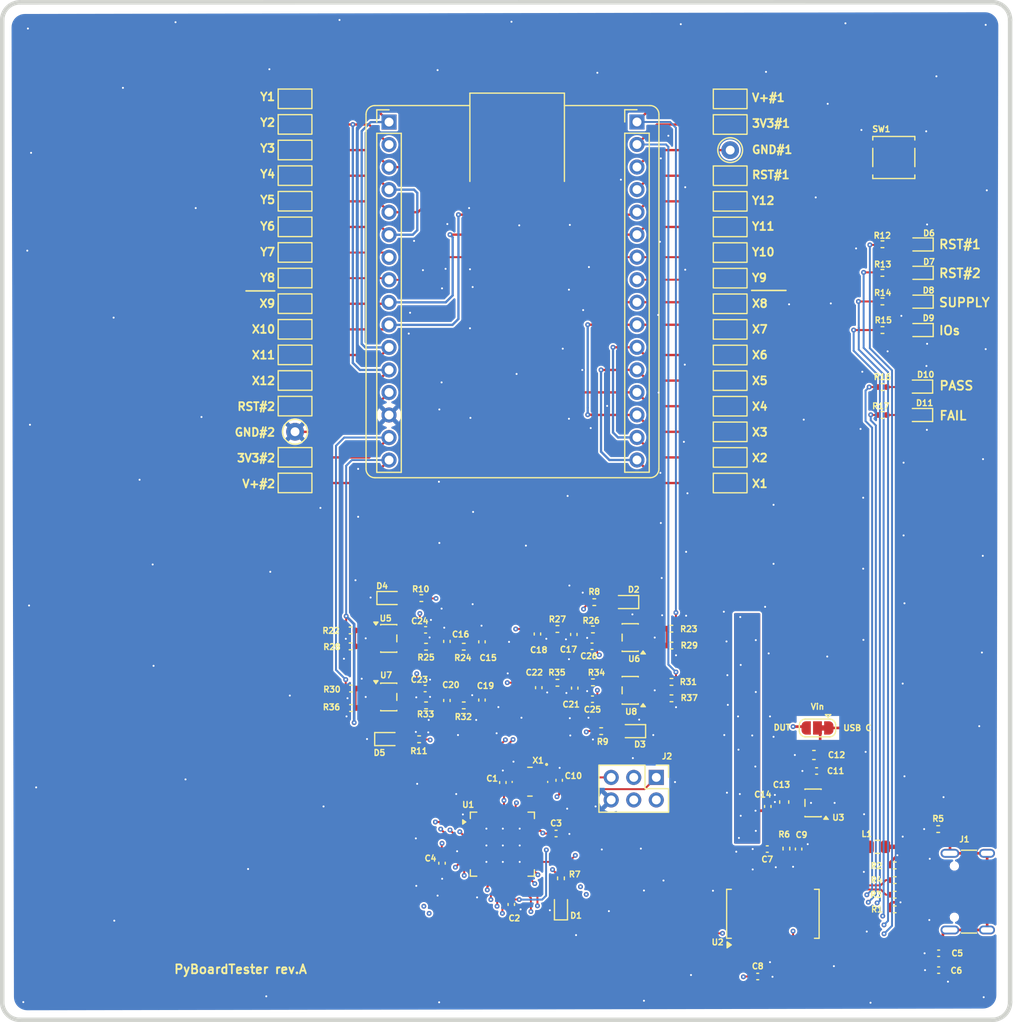
<source format=kicad_pcb>
(kicad_pcb (version 20241229) (generator "pcbnew") (generator_version "9.0")
  (layers (0 "F.Cu" signal) (4 "In1.Cu" signal) (6 "In2.Cu" signal) (2 "B.Cu" signal) (13 "F.Paste" user) (15 "B.Paste" user) (5 "F.SilkS" user "F.Silkscreen") (7 "B.SilkS" user "B.Silkscreen") (1 "F.Mask" user) (3 "B.Mask" user) (25 "Edge.Cuts" user))
  (net 0 "")
  (net 1 "+3V3#2")
  (net 2 "V+#2")
  (net 3 "V+#1")
  (net 4 "+3V3#1")
  (net 5 "Net-(J1-SHIELD)")
  (net 6 "Net-(U2-3V3OUT)")
  (net 7 "/USBD-")
  (net 8 "/USBD+")
  (net 9 "/module on test/PB1-Y12")
  (net 10 "/module on test/PB0-Y11")
  (net 11 "/module on test/PB13-Y6")
  (net 12 "/module on test/PB10-Y9")
  (net 13 "/module on test/PB12-Y5")
  (net 14 "/~{RST}#2 feedback")
  (net 15 "/module on test/PC4-X11")
  (net 16 "GND")
  (net 17 "Net-(C17-Pad1)")
  (net 18 "Net-(C20-Pad1)")
  (net 19 "Net-(C21-Pad1)")
  (net 20 "Net-(C16-Pad1)")
  (net 21 "Net-(D1-A)")
  (net 22 "Net-(D2-A)")
  (net 23 "Net-(D3-A)")
  (net 24 "Net-(D4-A)")
  (net 25 "Net-(D5-A)")
  (net 26 "/PDI_CLOCK")
  (net 28 "/PDI_DATA")
  (net 30 "/OSC")
  (net 33 "Net-(U2-~{RESET})")
  (net 34 "Net-(U7-+)")
  (net 35 "Net-(U5-+)")
  (net 36 "Net-(U5--)")
  (net 37 "Net-(U6-+)")
  (net 38 "Net-(U6--)")
  (net 39 "/STATE_LED")
  (net 40 "Net-(U8-+)")
  (net 41 "Net-(U7--)")
  (net 42 "Net-(U8--)")
  (net 46 "/~{RST}#1 actuador")
  (net 47 "Net-(D6-A)")
  (net 49 "Net-(D7-A)")
  (net 50 "/V+#1_chck")
  (net 51 "/+3V3#1_chck")
  (net 52 "/V+#2_chck")
  (net 53 "/+3V3#2_chck")
  (net 54 "/V+#1_ok")
  (net 55 "/+3V3#1_ok")
  (net 56 "/V+#2_ok")
  (net 57 "/+3V3#2_ok")
  (net 58 "Net-(D10-A)")
  (net 59 "/module on test/PC5-X12")
  (net 60 "/module on test/PB11-Y10")
  (net 61 "Net-(D11-A)")
  (net 62 "/module on test/PA1-X2")
  (net 63 "/module on test/PA3-X4")
  (net 64 "/module on test/PA0-X1")
  (net 65 "/module on test/PA2-X3")
  (net 66 "Net-(D8-A)")
  (net 67 "+3V3")
  (net 82 "/CC2")
  (net 83 "/FTDI_RTS")
  (net 84 "/FTDI_RXD")
  (net 85 "/FTDI_CTS")
  (net 86 "/FTDI_TXD")
  (net 88 "/CC1")
  (net 89 "/VBUS")
  (net 90 "/D+")
  (net 92 "/D-")
  (net 93 "Vin")
  (net 95 "GND#1")
  (net 97 "USB+5V")
  (net 98 "Net-(D9-A)")
  (net 99 "/RST#1_LED")
  (net 100 "/RST#2_LED")
  (net 101 "/SUPPLY_LED")
  (net 102 "/IOs_LED")
  (net 103 "/OK_LED")
  (net 104 "/NOK_LED")
  (footprint "TestPoint:TestPoint_Keystone_5015_Micro_Mini" (layer "F.Cu") (at 116.790681 47.583189)
    (property "Reference" "TP1" (hide yes))
    (property "Value" "TestPoint" (hide yes))
  )
  (footprint "Capacitor_SMD:C_0402_1005Metric" (layer "F.Cu") (at 175.55 123.3525 180)
    (property "Reference" "C11")
    (property "Value" "100nF" (hide yes))
  )
  (footprint "TestPoint:TestPoint_Keystone_5015_Micro_Mini" (layer "F.Cu") (at 116.790681 62.016522)
    (property "Reference" "TP11" (hide yes))
    (property "Value" "TestPoint" (hide yes))
  )
  (footprint "Button_Switch_SMD:SW_SPST_TL3305B" (layer "F.Cu") (at 184.25 54.2 180)
    (property "Reference" "SW1")
    (property "Value" "SW_SPST" (hide yes))
  )
  (footprint "Resistor_SMD:R_0402_1005Metric" (layer "F.Cu") (at 135.8 115.9568)
    (property "Reference" "R32")
    (property "Value" "10k" (hide yes))
  )
  (footprint "LED_SMD:LED_0603_1608Metric" (layer "F.Cu") (at 187.2 70.45 180)
    (property "Reference" "D8")
    (property "Value" "Green LED" (hide yes))
  )
  (footprint "LED_SMD:LED_0603_1608Metric" (layer "F.Cu") (at 187.1375 83.225 180)
    (property "Reference" "D11")
    (property "Value" "Red LED" (hide yes))
  )
  (footprint "Connector_PinHeader_2.54mm:PinHeader_1x16_P2.54mm_Vertical" (layer "F.Cu") (at 155.314 50.1948)
    (property "Reference" "J5" (hide yes))
    (property "Value" "Conn_01x08" (hide yes))
  )
  (footprint "Resistor_SMD:R_0402_1005Metric" (layer "F.Cu") (at 184.35 137.3)
    (property "Reference" "R3")
    (property "Value" "27R" (hide yes))
  )
  (footprint "Jumper:SolderJumper-3_P1.3mm_Bridged12_RoundedPad1.0x1.5mm" (layer "F.Cu") (at 175.65 118.5006 180)
    (property "Reference" "J3" (hide yes))
    (property "Value" "3pin_hd" (hide yes))
  )
  (footprint "Package_SO:SSOP-28_5.3x10.2mm_P0.65mm" (layer "F.Cu") (at 170.625 139.45 90)
    (property "Reference" "U2")
    (property "Value" "FT232RNL" (hide yes))
  )
  (footprint "Resistor_SMD:R_0402_1005Metric" (layer "F.Cu") (at 184.35 134 180)
    (property "Reference" "R2")
    (property "Value" "5k1" (hide yes))
  )
  (footprint "Resistor_SMD:R_0402_1005Metric" (layer "F.Cu") (at 182.975 83.225 180)
    (property "Reference" "R17")
    (property "Value" "560" (hide yes))
  )
  (footprint "Resistor_SMD:R_0805_2012Metric" (layer "F.Cu") (at 182.4 131.9 180)
    (property "Reference" "L1")
    (property "Value" "40R@100MHz" (hide yes))
  )
  (footprint "Resistor_SMD:R_0402_1005Metric" (layer "F.Cu") (at 131.55 109.3437)
    (property "Reference" "R25")
    (property "Value" "10k" (hide yes))
  )
  (footprint "Resistor_SMD:R_0402_1005Metric" (layer "F.Cu") (at 130.7712 119.778)
    (property "Reference" "R11")
    (property "Value" "330R" (hide yes))
  )
  (footprint "Capacitor_SMD:C_0402_1005Metric" (layer "F.Cu") (at 169.9925 132.15 180)
    (property "Reference" "C7")
    (property "Value" "100nF" (hide yes))
  )
  (footprint "Resistor_SMD:R_0402_1005Metric" (layer "F.Cu") (at 123.05 109.3068)
    (property "Reference" "R28")
    (property "Value" "5k1" (hide yes))
  )
  (footprint "Capacitor_SMD:C_0402_1005Metric_Pad0.74x0.62mm_HandSolder" (layer "F.Cu") (at 137.85 108.7937 90)
    (property "Reference" "C15")
    (property "Value" "15nF" (hide yes))
  )
  (footprint "Capacitor_SMD:C_0402_1005Metric" (layer "F.Cu") (at 150.25 109.3 180)
    (property "Reference" "C26")
    (property "Value" "100nF" (hide yes))
  )
  (footprint "Capacitor_SMD:C_0402_1005Metric_Pad0.74x0.62mm_HandSolder" (layer "F.Cu") (at 148.2 107.9612 -90)
    (property "Reference" "C17")
    (property "Value" "15nF" (hide yes))
  )
  (footprint "Resistor_SMD:R_0402_1005Metric" (layer "F.Cu") (at 131.0212 103.8676)
    (property "Reference" "R10")
    (property "Value" "330R" (hide yes))
  )
  (footprint "Resistor_SMD:R_0402_1005Metric" (layer "F.Cu") (at 123.1 116.2568)
    (property "Reference" "R36")
    (property "Value" "5k1" (hide yes))
  )
  (footprint "Resistor_SMD:R_0402_1005Metric" (layer "F.Cu") (at 150.35 113.3612 180)
    (property "Reference" "R34")
    (property "Value" "10k" (hide yes))
  )
  (footprint "Resistor_SMD:R_0402_1005Metric" (layer "F.Cu") (at 184.35 138.95 180)
    (property "Reference" "R1")
    (property "Value" "5k1" (hide yes))
  )
  (footprint "Resistor_SMD:R_0402_1005Metric" (layer "F.Cu") (at 182.9625 67.2052 180)
    (property "Reference" "R13")
    (property "Value" "330R" (hide yes))
  )
  (footprint "Package_TO_SOT_SMD:SOT-23-5" (layer "F.Cu") (at 154.55 114.2612 180)
    (property "Reference" "U8")
    (property "Value" "THS4281" (hide yes))
  )
  (footprint "LED_SMD:LED_0603_1608Metric" (layer "F.Cu") (at 154.8 118.8612 180)
    (property "Reference" "D3")
    (property "Value" "Green LED" (hide yes))
  )
  (footprint "TestPoint:TestPoint_Keystone_5015_Micro_Mini" (layer "F.Cu") (at 165.814 76.461467)
    (property "Reference" "TP22" (hide yes))
    (property "Value" "TestPoint" (hide yes))
  )
  (footprint "Resistor_SMD:R_0402_1005Metric" (layer "F.Cu") (at 135.8 109.3437)
    (property "Reference" "R24")
    (property "Value" "10k" (hide yes))
  )
  (footprint "TestPoint:TestPoint_Keystone_5000-5004_Miniature" (layer "F.Cu") (at 116.790681 85.109856)
    (property "Reference" "TP27" (hide yes))
    (property "Value" "TestPoint" (hide yes))
  )
  (footprint "Resistor_SMD:R_0402_1005Metric" (layer "F.Cu") (at 159.2 115.1612 180)
    (property "Reference" "R37")
    (property "Value" "5k1" (hide yes))
  )
  (footprint "TestPoint:TestPoint_Keystone_5015_Micro_Mini" (layer "F.Cu") (at 165.814 79.348133)
    (property "Reference" "TP24" (hide yes))
    (property "Value" "TestPoint" (hide yes))
  )
  (footprint "Capacitor_SMD:C_0402_1005Metric" (layer "F.Cu") (at 131.45 114.0568)
    (property "Reference" "C23")
    (property "Value" "100nF" (hide yes))
  )
  (footprint "Resistor_SMD:R_0402_1005Metric" (layer "F.Cu") (at 182.9625 70.4276 180)
    (property "Reference" "R14")
    (property "Value" "330R" (hide yes))
  )
  (footprint "Resistor_SMD:R_0402_1005Metric" (layer "F.Cu") (at 131.55 115.9568)
    (property "Reference" "R33")
    (property "Value" "10k" (hide yes))
  )
  (footprint "Capacitor_SMD:C_0402_1005Metric" (layer "F.Cu") (at 168.9175 146.5175)
    (property "Reference" "C8")
    (property "Value" "100nF" (hide yes))
  )
  (footprint "LED_SMD:LED_0603_1608Metric" (layer "F.Cu") (at 146.75 138.65 90)
    (property "Reference" "D1")
    (property "Value" "Green LED" (hide yes))
  )
  (footprint "Capacitor_SMD:C_0402_1005Metric" (layer "F.Cu") (at 131.5 107.4437)
    (property "Reference" "C24")
    (property "Value" "100nF" (hide yes))
  )
  (footprint "TestPoint:TestPoint_Keystone_5015_Micro_Mini" (layer "F.Cu") (at 116.790681 50.469856)
    (property "Reference" "TP3" (hide yes))
    (property "Value" "TestPoint" (hide yes))
  )
  (footprint "Capacitor_SMD:C_0402_1005Metric_Pad0.74x0.62mm_HandSolder" (layer "F.Cu") (at 137.85 115.3568 90)
    (property "Reference" "C19")
    (property "Value" "15nF" (hide yes))
  )
  (footprint "Resistor_SMD:R_0402_1005Metric" (layer "F.Cu") (at 146.35 113.4112 180)
    (property "Reference" "R35")
    (property "Value" "10k" (hide yes))
  )
  (footprint "Capacitor_SMD:C_0402_1005Metric" (layer "F.Cu") (at 150.3 115.2612 180)
    (property "Reference" "C25")
    (property "Value" "100nF" (hide yes))
  )
  (footprint "Resistor_SMD:R_0402_1005Metric" (layer "F.Cu") (at 159.19 107.3112)
    (property "Reference" "R23")
    (property "Value" "10k" (hide yes))
  )
  (footprint "Package_TO_SOT_SMD:SOT-23-5" (layer "F.Cu") (at 127.35 108.4068)
    (property "Reference" "U5")
    (property "Value" "THS4281" (hide yes))
  )
  (footprint "TestPoint:TestPoint_Keystone_5015_Micro_Mini" (layer "F.Cu") (at 165.814 90.8948)
    (property "Reference" "TP32" (hide yes))
    (property "Value" "TestPoint" (hide yes))
  )
  (footprint "Capacitor_SMD:C_0402_1005Metric_Pad0.74x0.62mm_HandSolder" (layer "F.Cu") (at 133.9 115.4068 90)
    (property "Reference" "C20")
    (property "Value" "15nF" (hide yes))
  )
  (footprint "Capacitor_SMD:C_0402_1005Metric" (layer "F.Cu") (at 170.05 127.35 90)
    (property "Reference" "C14")
    (property "Value" "100nF" (hide yes))
  )
  (footprint "Resistor_SMD:R_0402_1005Metric" (layer "F.Cu") (at 146.35 107.35 180)
    (property "Reference" "R27")
    (property "Value" "10k" (hide yes))
  )
  (footprint "Resistor_SMD:R_0402_1005Metric" (layer "F.Cu") (at 182.9712 63.9828 180)
    (property "Reference" "R12")
    (property "Value" "330R" (hide yes))
  )
  (footprint "TestPoint:TestPoint_Keystone_5015_Micro_Mini" (layer "F.Cu") (at 165.814 64.9148)
    (property "Reference" "TP14" (hide yes))
    (property "Value" "TestPoint" (hide yes))
  )
  (footprint "Package_TO_SOT_SMD:SOT-23-5" (layer "F.Cu") (at 127.35 115.0068)
    (property "Reference" "U7")
    (property "Value" "THS4281" (hide yes))
  )
  (footprint "PyBoardTester FootprintLib:OSC" (layer "F.Cu") (at 143.254 124.584596 180)
    (property "Reference" "X1")
    (property "Value" "32MHz" (hide yes))
  )
  (footprint "Resistor_SMD:R_0402_1005Metric" (layer "F.Cu") (at 150.35 107.4 180)
    (property "Reference" "R26")
    (property "Value" "10k" (hide yes))
  )
  (footprint "TestPoint:TestPoint_Keystone_5015_Micro_Mini" (layer "F.Cu") (at 116.790681 82.223189)
    (property "Reference" "TP25" (hide yes))
    (property "Value" "TestPoint" (hide yes))
  )
  (footprint "Capacitor_SMD:C_0402_1005Metric" (layer "F.Cu") (at 189.3 145.8)
    (property "Reference" "C6")
    (property "Value" "100nF" (hide yes))
  )
  (footprint "TestPoint:TestPoint_Keystone_5015_Micro_Mini" (layer "F.Cu") (at 116.790681 70.676522)
    (property "Reference" "TP17" (hide yes))
    (property "Value" "TestPoint" (hide yes))
  )
  (footprint "Package_TO_SOT_SMD:SOT-23-5" (layer "F.Cu") (at 175.15 126.95 180)
    (property "Reference" "U3")
    (property "Value" "LP5907MFX-3.3" (hide yes))
  )
  (footprint "TestPoint:TestPoint_Keystone_5015_Micro_Mini" (layer "F.Cu") (at 165.814 59.141467)
    (property "Reference" "TP10" (hide yes))
    (property "Value" "TestPoint" (hide yes))
  )
  (footprint "TestPoint:TestPoint_Keystone_5015_Micro_Mini" (layer "F.Cu") (at 116.790681 59.129856)
    (property "Reference" "TP9" (hide yes))
    (property "Value" "TestPoint" (hide yes))
  )
  (footprint "Resistor_SMD:R_0402_1005Metric" (layer "F.Cu") (at 172.15 132.1 -90)
    (property "Reference" "R6")
    (property "Value" "10k" (hide yes))
  )
  (footprint "Capacitor_SMD:C_0402_1005Metric" (layer "F.Cu") (at 141.154 138.4 -90)
    (property "Reference" "C2")
    (property "Value" "100nF" (hide yes))
  )
  (footprint "Capacitor_SMD:C_0402_1005Metric" (layer "F.Cu") (at 146.2 130.4)
    (property "Reference" "C3")
    (property "Value" "100nF" (hide yes))
  )
  (footprint "Resistor_SMD:R_0402_1005Metric" (layer "F.Cu") (at 146.75 135.45 90)
    (property "Reference" "R7")
    (property "Value" "330R" (hide yes))
  )
  (footprint "LED_SMD:LED_0603_1608Metric" (layer "F.Cu") (at 127.5 103.8568)
    (property "Reference" "D4")
    (property "Value" "Green LED" (hide yes))
  )
  (footprint "TestPoint:TestPoint_Keystone_5015_Micro_Mini" (layer "F.Cu") (at 116.790681 76.449856)
    (property "Reference" "TP21" (hide yes))
    (property "Value" "TestPoint" (hide yes))
  )
  (footprint "Resistor_SMD:R_0402_1005Metric" (layer "F.Cu") (at 182.9712 73.65 180)
    (property "Reference" "R15")
    (property "Value" "330R" (hide yes))
  )
  (footprint "TestPoint:TestPoint_Keystone_5015_Micro_Mini" (layer "F.Cu") (at 165.814 73.5748)
    (property "Reference" "TP20" (hide yes))
    (property "Value" "TestPoint" (hide yes))
  )
  (footprint "TestPoint:TestPoint_Keystone_5015_Micro_Mini" (layer "F.Cu") (at 165.814 82.2348)
    (property "Reference" "TP26" (hide yes))
    (property "Value" "TestPoint" (hide yes))
  )
  (footprint "LED_SMD:LED_0603_1608Metric" (layer "F.Cu") (at 187.1375 80.025 180)
    (property "Reference" "D10")
    (property "Value" "Green LED" (hide yes))
  )
  (footprint "Package_DFN_QFN:QFN-44-1EP_7x7mm_P0.5mm_EP5.2x5.2mm" (layer "F.Cu") (at 140.15 131.6)
    (property "Reference" "U1")
    (property "Value" "ATXMEGA32A4U-MH" (hide yes))
  )
  (footprint "Capacitor_SMD:C_0402_1005Metric" (layer "F.Cu") (at 133.35 133.75 -90)
    (property "Reference" "C4")
    (property "Value" "100nF" (hide yes))
  )
  (footprint "Capacitor_SMD:C_0402_1005Metric" (layer "F.Cu") (at 146.55 124.4 90)
    (property "Reference" "C10")
    (property "Value" "100nF" (hide yes))
  )
  (footprint "TestPoint:TestPoint_Keystone_5015_Micro_Mini" (layer "F.Cu") (at 165.814 85.121467)
    (property "Reference" "TP28" (hide yes))
    (property "Value" "TestPoint" (hide yes))
  )
  (footprint "TestPoint:TestPoint_Keystone_5015_Micro_Mini" (layer "F.Cu") (at 116.790681 53.356522)
    (property "Reference" "TP5" (hide yes))
    (property "Value" "TestPoint" (hide yes))
  )
  (footprint "TestPoint:TestPoint_Keystone_5015_Micro_Mini" (layer "F.Cu") (at 116.790681 56.243189)
    (property "Reference" "TP7" (hide yes))
    (property "Value" "TestPoint" (hide yes))
  )
  (footprint "TestPoint:TestPoint_Keystone_5015_Micro_Mini" (layer "F.Cu") (at 165.814 88.008133)
    (property "Reference" "TP30" (hide yes))
    (property "Value" "TestPoint" (hide yes))
  )
  (footprint "TestPoint:TestPoint_Keystone_5015_Micro_Mini" (layer "F.Cu") (at 116.790681 67.789856)
    (property "Reference" "TP15" (hide yes))
    (property "Value" "TestPoint" (hide yes))
  )
  (footprint "Capacitor_SMD:C_0402_1005Metric_Pad0.74x0.62mm_HandSolder" (layer "F.Cu") (at 148.3 114.0112 -90)
    (property "Reference" "C21")
    (property "Value" "15nF" (hide yes))
  )
  (footprint "Resistor_SMD:R_0402_1005Metric" (layer "F.Cu") (at 159.2 113.3112)
    (property "Reference" "R31")
    (property "Value" "10k" (hide yes))
  )
  (footprint "Capacitor_SMD:C_0603_1608Metric" (layer "F.Cu") (at 171.9 126.85 90)
    (property "Reference" "C13")
    (property "Value" "4.7uF" (hide yes))
  )
  (footprint "Connector_PinHeader_2.54mm:PinHeader_2x03_P2.54mm_Vertical" (layer "F.Cu") (at 157.49 124.075 -90)
    (property "Reference" "J2")
    (property "Value" "6pin_hd" (hide yes))
  )
  (footprint "Capacitor_SMD:C_0402_1005Metric_Pad0.74x0.62mm_HandSolder" (layer "F.Cu") (at 144.1 107.9112 -90)
    (property "Reference" "C18")
    (property "Value" "15nF" (hide yes))
  )
  (footprint "TestPoint:TestPoint_Keystone_5015_Micro_Mini" (layer "F.Cu") (at 116.790681 64.903189)
    (property "Reference" "TP13" (hide yes))
    (property "Value" "TestPoint" (hide yes))
  )
  (footprint "LED_SMD:LED_0603_1608Metric" (layer "F.Cu") (at 187.2 64 180)
    (property "Reference" "D6")
    (property "Value" "Green LED" (hide yes))
  )
  (footprint "TestPoint:TestPoint_Keystone_5015_Micro_Mini" (layer "F.Cu") (at 165.814 62.028133)
    (property "Reference" "TP12" (hide yes))
    (property "Value" "TestPoint" (hide yes))
  )
  (footprint "Resistor_SMD:R_0402_1005Metric" (layer "F.Cu") (at 159.2 109.2112 180)
    (property "Reference" "R29")
    (property "Value" "5k1" (hide yes))
  )
  (footprint "Resistor_SMD:R_0402_1005Metric" (layer "F.Cu") (at 182.975 80.075 180)
    (property "Reference" "R16")
    (property "Value" "330R" (hide yes))
  )
  (footprint "Capacitor_SMD:C_0402_1005Metric" (layer "F.Cu") (at 189.3 143.9 180)
    (property "Reference" "C5")
    (property "Value" "4.7nF" (hide yes))
  )
  (footprint "TestPoint:TestPoint_Keystone_5015_Micro_Mini" (layer "F.Cu") (at 116.790681 79.336522)
    (property "Reference" "TP23" (hide yes))
    (property "Value" "TestPoint" (hide yes))
  )
  (footprint "Capacitor_SMD:C_0402_1005Metric" (layer "F.Cu") (at 173.525 132.15 -90)
    (property "Reference" "C9")
    (property "Value" "100nF" (hide yes))
  )
  (footprint "LED_SMD:LED_0603_1608Metric" (layer "F.Cu") (at 187.2 67.2 180)
    (property "Reference" "D7")
    (property "Value" "Green LED" (hide yes))
  )
  (footprint "TestPoint:TestPoint_Keystone_5015_Micro_Mini" (layer "F.Cu") (at 165.814 70.688133)
    (property "Reference" "TP18" (hide yes))
    (property "Value" "TestPoint" (hide yes))
  )
  (footprint "Resistor_SMD:R_0402_1005Metric" (layer "F.Cu") (at 150.5038 104.3212 180)
    (property "Reference" "R8")
    (property "Value" "330R" (hide yes))
  )
  (footprint "Capacitor_SMD:C_0402_1005Metric_Pad0.74x0.62mm_HandSolder" (layer "F.Cu") (at 144.25 113.9612 -90)
    (property "Reference" "C22")
    (property "Value" "15nF" (hide yes))
  )
  (footprint "Capacitor_SMD:C_0402_1005Metric" (layer "F.Cu") (at 140.2 124.65 90)
    (property "Reference" "C1")
    (property "Value" "100nF" (hide yes))
  )
  (footprint "TestPoint:TestPoint_Keystone_5015_Micro_Mini" (layer "F.Cu") (at 165.814 67.801467)
    (property "Reference" "TP16" (hide yes))
    (property "Value" "TestPoint" (hide yes))
  )
  (footprint "TestPoint:TestPoint_Keystone_5015_Micro_Mini" (layer "F.Cu") (at 165.814 47.5948)
    (property "Reference" "TP2" (hide yes))
    (property "Value" "TestPoint" (hide yes))
  )
  (footprint "Resistor_SMD:R_0402_1005Metric" (layer "F.Cu") (at 151.2788 118.8608 180)
    (property "Reference" "R9")
    (property "Value" "330R" (hide yes))
  )
  (footprint "Resistor_SMD:R_0402_1005Metric" (layer "F.Cu") (at 123.1 114.0568 180)
    (property "Reference" "R30")
    (property "Value" "10k" (hide yes))
  )
  (footprint "Resistor_SMD:R_0402_1005Metric" (layer "F.Cu") (at 123.05 107.5068 180)
    (property "Reference" "R22")
    (property "Value" "10k" (hide yes))
  )
  (footprint "PyBoardTester FootprintLib:USB_C_Receptacle_GCT_USB4105-xx-A_16P_TopMnt_Horizontal" (layer "F.Cu") (at 193.675 136.95 90)
    (property "Reference" "J1")
    (property "Value" "USB4105-GF-A")
  )
  (footprint "LED_SMD:LED_0603_1608Metric" (layer "F.Cu") (at 127.25 119.7568)
    (property "Reference" "D5")
    (property "Value" "Green LED" (hide yes))
  )
  (footprint "LED_SMD:LED_0603_1608Metric" (layer "F.Cu") (at 154.025 104.3112 180)
    (property "Reference" "D2")
    (property "Value" "Green LED" (hide yes))
  )
  (footprint "TestPoint:TestPoint_Keystone_5015_Micro_Mini" (layer "F.Cu") (at 165.814 56.2548)
    (property "Reference" "TP8" (hide yes))
    (property "Value" "TestPoint" (hide yes))
  )
  (footprint "TestPoint:TestPoint_Keystone_5000-5004_Miniature" (layer "F.Cu") (at 165.814 53.368133)
    (property "Reference" "TP6" (hide yes))
    (property "Value" "TestPoint" (hide yes))
  )
  (footprint "Capacitor_SMD:C_0402_1005Metric_Pad0.74x0.62mm_HandSolder" (layer "F.Cu") (at 133.9 108.7437 90)
    (property "Reference" "C16")
    (property "Value" "15nF" (hide yes))
  )
  (footprint "Resistor_SMD:R_0402_1005Metric" (layer "F.Cu") (at 184.35 135.65)
    (property "Reference" "R4")
    (property "Value" "27R" (hide yes))
  )
  (footprint "Connector_PinHeader_2.54mm:PinHeader_1x16_P2.54mm_Vertical" (layer "F.Cu") (at 127.38 50.2068)
    (property "Reference" "J4" (hide yes))
    (property "Value" "Conn_01x08" (hide yes))
  )
  (footprint "Package_TO_SOT_SMD:SOT-23-5" (layer "F.Cu") (at 154.55 108.3112 180)
    (property "Reference" "U6")
    (property "Value" "THS4281" (hide yes))
  )
  (footprint "Resistor_SMD:R_0402_1005Metric" (layer "F.Cu") (at 189.25 129.9)
    (property "Reference" "R5")
    (property "Value" "1M" (hide yes))
  )
  (footprint "TestPoint:TestPoint_Keystone_5015_Micro_Mini" (layer "F.Cu") (at 116.790681 73.563189)
    (property "Reference" "TP19" (hide yes))
    (property "Value" "TestPoint" (hide yes))
  )
  (footprint "TestPoint:TestPoint_Keystone_5015_Micro_Mini" (layer "F.Cu") (at 116.790681 90.883189)
    (property "Reference" "TP31" (hide yes))
    (property "Value" "TestPoint" (hide yes))
  )
  (footprint "LED_SMD:LED_0603_1608Metric" (layer "F.Cu") (at 187.2 73.65 180)
    (property "Reference" "D9")
    (property "Value" "Green LED" (hide yes))
  )
  (footprint "Capacitor_SMD:C_0603_1608Metric" (layer "F.Cu") (at 175.25 121.5525 180)
    (property "Reference" "C12")
    (property "Value" "2.2uF" (hide yes))
  )
  (footprint "TestPoint:TestPoint_Keystone_5015_Micro_Mini" (layer "F.Cu") (at 165.814 50.481467)
    (property "Reference" "TP4" (hide yes))
    (property "Value" "TestPoint" (hide yes))
  )
  (footprint "TestPoint:TestPoint_Keystone_5015_Micro_Mini" (layer "F.Cu") (at 116.790681 87.996522)
    (property "Reference" "TP29" (hide yes))
    (property "Value" "TestPoint" (hide yes))
  )
  (gr_arc (start 124.789 49.3448) (mid 125.081864 48.637664) (end 125.789 48.3448) (stroke (width 0.1524)) (layer "F.SilkS"))
  (gr_line (start 125.789 48.3448) (end 136.489 48.3448) (stroke (width 0.1524)) (layer "F.SilkS"))
  (gr_line (start 156.789 90.2948) (end 125.789 90.2948) (stroke (width 0.1524)) (layer "F.SilkS"))
  (gr_line (start 136.489 46.9448) (end 147.139 46.9448) (stroke (width 0.1524)) (layer "F.SilkS"))
  (gr_line (start 124.789 89.2948) (end 124.789 49.3448) (stroke (width 0.1524)) (layer "F.SilkS"))
  (gr_arc (start 156.789 48.3448) (mid 157.496107 48.637693) (end 157.789 49.3448) (stroke (width 0.1524)) (layer "F.SilkS"))
  (gr_arc (start 157.789 89.2948) (mid 157.496077 90.001877) (end 156.789 90.2948) (stroke (width 0.1524)) (layer "F.SilkS"))
  (gr_line (start 168.2336 69.1848) (end 172.0944 69.1848) (stroke (width 0.1778)) (layer "F.SilkS"))
  (gr_line (start 147.139 46.9448) (end 147.139 56.8948) (stroke (width 0.1524)) (layer "F.SilkS"))
  (gr_line (start 136.489 56.8948) (end 136.489 46.9448) (stroke (width 0.1524)) (layer "F.SilkS"))
  (gr_line (start 157.789 49.3448) (end 157.789 89.2948) (stroke (width 0.1524)) (layer "F.SilkS"))
  (gr_line (start 147.139 48.3448) (end 156.789 48.3448) (stroke (width 0.1524)) (layer "F.SilkS"))
  (gr_line (start 111.268856 69.238466) (end 114.494656 69.238466) (stroke (width 0.1778)) (layer "F.SilkS"))
  (gr_arc (start 125.789 90.2948) (mid 125.081893 90.001907) (end 124.789 89.2948) (stroke (width 0.1524)) (layer "F.SilkS"))
  (gr_line (start 197.35 38.7) (end 197.35 149.4) (stroke (width 0.5)) (layer "Edge.Cuts"))
  (gr_arc (start 85.8 151.4) (mid 84.385786 150.814214) (end 83.8 149.4) (stroke (width 0.5)) (layer "Edge.Cuts"))
  (gr_line (start 85.792517 36.714214) (end 195.25 36.7) (stroke (width 0.5)) (layer "Edge.Cuts"))
  (gr_line (start 195.35 151.4) (end 85.8 151.4) (stroke (width 0.5)) (layer "Edge.Cuts"))
  (gr_arc (start 195.25 36.7) (mid 196.728573 37.249998) (end 197.35 38.7) (stroke (width 0.5)) (layer "Edge.Cuts"))
  (gr_line (start 83.8 149.4) (end 83.8 38.714214) (stroke (width 0.5)) (layer "Edge.Cuts"))
  (gr_arc (start 197.35 149.4) (mid 196.764214 150.814214) (end 195.35 151.4) (stroke (width 0.5)) (layer "Edge.Cuts"))
  (gr_arc (start 83.8 38.714214) (mid 84.385786 37.3) (end 85.8 36.714214) (stroke (width 0.5)) (layer "Edge.Cuts"))
  (gr_text "GND#1" (at 168.164 53.85 0) (layer "F.SilkS") (effects (font (size 0.9 0.9) (thickness 0.2) (bold yes)) (justify left bottom)))
  (gr_text "Y3" (at 112.756857 53.691468 0) (layer "F.SilkS") (effects (font (size 0.9 0.9) (thickness 0.2) (bold yes)) (justify left bottom)))
  (gr_text "X1" (at 168.164 91.4948 0) (layer "F.SilkS") (effects (font (size 0.9 0.9) (thickness 0.2) (bold yes)) (justify left bottom)))
  (gr_text "X8" (at 168.164 71.190133 0) (layer "F.SilkS") (effects (font (size 0.9 0.9) (thickness 0.2) (bold yes)) (justify left bottom)))
  (gr_text "DUT" (at 171.65 118.45 0) (layer "F.SilkS") (effects (font (size 0.6604 0.6604) (thickness 0.1524))))
  (gr_text "IOs" (at 190.533333 73.7 0) (layer "F.SilkS") (effects (font (size 1 1) (thickness 0.2) (bold yes))))
  (gr_text "Vin" (at 175.65 116.1 0) (layer "F.SilkS") (effects (font (size 0.6604 0.6604) (thickness 0.1524))))
  (gr_text "Y10" (at 168.164 65.3888 0) (layer "F.SilkS") (effects (font (size 0.9 0.9) (thickness 0.2) (bold yes)) (justify left bottom)))
  (gr_text "SUPPLY" (at 192.2 70.55 0) (layer "F.SilkS") (effects (font (size 1 1) (thickness 0.2) (bold yes))))
  (gr_text "Y2" (at 112.756857 50.788134 0) (layer "F.SilkS") (effects (font (size 0.9 0.9) (thickness 0.2) (bold yes)) (justify left bottom)))
  (gr_text "X11" (at 111.814 76.9948 0) (layer "F.SilkS") (effects (font (size 0.9 0.9) (thickness 0.2) (bold yes)) (justify left bottom)))
  (gr_text "Y11" (at 168.164 62.488133 0) (layer "F.SilkS") (effects (font (size 0.9 0.9) (thickness 0.2) (bold yes)) (justify left bottom)))
  (gr_text "Y8" (at 112.756857 68.2848 0) (layer "F.SilkS") (effects (font (size 0.9 0.9) (thickness 0.2) (bold yes)) (justify left bottom)))
  (gr_text "3V3#2" (at 110.142571 88.608134 0) (layer "F.SilkS") (effects (font (size 0.9 0.9) (thickness 0.2) (bold yes)) (justify left bottom)))
  (gr_text "PASS" (at 191.295238 79.925 0) (layer "F.SilkS") (effects (font (size 1 1) (thickness 0.2) (bold yes))))
  (gr_text "X3" (at 168.164 85.693467 0) (layer "F.SilkS") (effects (font (size 0.9 0.9) (thickness 0.2) (bold yes)) (justify left bottom)))
  (gr_text "RST#2" (at 191.7 67.25 0) (layer "F.SilkS") (effects (font (size 1 1) (thickness 0.2) (bold yes))))
  (gr_text "V+#2" (at 110.742571 91.511467 0) (layer "F.SilkS") (effects (font (size 0.9 0.9) (thickness 0.2) (bold yes)) (justify left bottom)))
  (gr_text "Y4" (at 112.756857 56.594801 0) (layer "F.SilkS") (effects (font (size 0.9 0.9) (thickness 0.2) (bold yes)) (justify left bottom)))
  (gr_text "Y7" (at 112.756857 65.381467 0) (layer "F.SilkS") (effects (font (size 0.9 0.9) (thickness 0.2) (bold yes)) (justify left bottom)))
  (gr_text "Y6" (at 112.756857 62.478134 0) (layer "F.SilkS") (effects (font (size 0.9 0.9) (thickness 0.2) (bold yes)) (justify left bottom)))
  (gr_text "X7" (at 168.164 74.0908 0) (layer "F.SilkS") (effects (font (size 0.9 0.9) (thickness 0.2) (bold yes)) (justify left bottom)))
  (gr_text "X6" (at 168.164 76.991467 0) (layer "F.SilkS") (effects (font (size 0.9 0.9) (thickness 0.2) (bold yes)) (justify left bottom)))
  (gr_text "PyBoardTester rev.A" (at 110.65 145.7 0) (layer "F.SilkS") (effects (font (size 1 1) (thickness 0.2032) (bold yes))))
  (gr_text "Y9" (at 168.164 68.289467 0) (layer "F.SilkS") (effects (font (size 0.9 0.9) (thickness 0.2) (bold yes)) (justify left bottom)))
  (gr_text "RST#1" (at 191.7 64 0) (layer "F.SilkS") (effects (font (size 1 1) (thickness 0.2) (bold yes))))
  (gr_text "Y1" (at 112.756857 47.884801 0) (layer "F.SilkS") (effects (font (size 0.9 0.9) (thickness 0.2) (bold yes)) (justify left bottom)))
  (gr_text "RST#1" (at 168.164 56.6868 0) (layer "F.SilkS") (effects (font (size 0.9 0.9) (thickness 0.2) (bold yes)) (justify left bottom)))
  (gr_text "X4" (at 168.164 82.7928 0) (layer "F.SilkS") (effects (font (size 0.9 0.9) (thickness 0.2) (bold yes)) (justify left bottom)))
  (gr_text "X2" (at 168.164 88.594133 0) (layer "F.SilkS") (effects (font (size 0.9 0.9) (thickness 0.2) (bold yes)) (justify left bottom)))
  (gr_text "FAIL" (at 190.914286 83.3 0) (layer "F.SilkS") (effects (font (size 1 1) (thickness 0.2) (bold yes))))
  (gr_text "X10" (at 111.814 74.091467 0) (layer "F.SilkS") (effects (font (size 0.9 0.9) (thickness 0.2) (bold yes)) (justify left bottom)))
  (gr_text "USB C" (at 180.15 118.5 0) (layer "F.SilkS") (effects (font (size 0.6604 0.6604) (thickness 0.1524))))
  (gr_text "X5" (at 168.164 79.892133 0) (layer "F.SilkS") (effects (font (size 0.9 0.9) (thickness 0.2) (bold yes)) (justify left bottom)))
  (gr_text "V+#1" (at 168.164 47.9848 0) (layer "F.SilkS") (effects (font (size 0.9 0.9) (thickness 0.2) (bold yes)) (justify left bottom)))
  (gr_text "Y5" (at 112.756857 59.498134 0) (layer "F.SilkS") (effects (font (size 0.9 0.9) (thickness 0.2) (bold yes)) (justify left bottom)))
  (gr_text "X9" (at 112.671143 71.188134 0) (layer "F.SilkS") (effects (font (size 0.9 0.9) (thickness 0.2) (bold yes)) (justify left bottom)))
  (gr_text "GND#2" (at 109.885429 85.7048 0) (layer "F.SilkS") (effects (font (size 0.9 0.9) (thickness 0.2) (bold yes)) (justify left bottom)))
  (gr_text "X12" (at 111.814 79.898134 0) (layer "F.SilkS") (effects (font (size 0.9 0.9) (thickness 0.2) (bold yes)) (justify left bottom)))
  (gr_text "3V3#1" (at 168.164 50.885467 0) (layer "F.SilkS") (effects (font (size 0.9 0.9) (thickness 0.2) (bold yes)) (justify left bottom)))
  (gr_text "RST#2" (at 110.185429 82.801467 0) (layer "F.SilkS") (effects (font (size 0.9 0.9) (thickness 0.2) (bold yes)) (justify left bottom)))
  (gr_text "Y12" (at 168.164 59.587467 0) (layer "F.SilkS") (effects (font (size 0.9 0.9) (thickness 0.2) (bold yes)) (justify left bottom)))
  (segment (start 116.790681 87.996522) (end 116.802292 88.008133) (width 0.26) (layer "F.Cu") (net 1))
  (segment (start 122.5 113.05) (end 122.5 113.9136) (width 0.22) (layer "F.Cu") (net 1))
  (segment (start 116.802292 88.008133) (end 125.138667 88.008133) (width 0.26) (layer "F.Cu") (net 1))
  (segment (start 125.138667 88.008133) (end 127.38 85.7668) (width 0.26) (layer "F.Cu") (net 1))
  (via (at 122.5 113.05) (size 0.55) (drill 0.22) (layers "F.Cu" "B.Cu") (net 1))
  (segment (start 121.4 86.7) (end 122.3332 85.7668) (width 0.22) (layer "B.Cu") (net 1))
  (segment (start 121.4 111.95) (end 121.4 86.7) (width 0.22) (layer "B.Cu") (net 1))
  (segment (start 122.5 113.05) (end 121.4 111.95) (width 0.22) (layer "B.Cu") (net 1))
  (segment (start 122.3332 85.7668) (end 127.38 85.7668) (width 0.22) (layer "B.Cu") (net 1))
  (segment (start 122.54 106.41) (end 122.55 106.4) (width 0.22) (layer "F.Cu") (net 2))
  (segment (start 122.54 107.5068) (end 122.54 106.41) (width 0.22) (layer "F.Cu") (net 2))
  (segment (start 116.802292 90.8948) (end 116.790681 90.883189) (width 0.26) (layer "F.Cu") (net 2))
  (segment (start 127.38 88.3068) (end 124.792 90.8948) (width 0.26) (layer "F.Cu") (net 2))
  (segment (start 174.1994 118.35) (end 172.9 118.35) (width 0.3) (layer "F.Cu") (net 2))
  (segment (start 124.792 90.8948) (end 116.802292 90.8948) (width 0.26) (layer "F.Cu") (net 2))
  (segment (start 174.35 118.5006) (end 174.1994 118.35) (width 0.21) (layer "F.Cu") (net 2))
  (segment (start 122.55 106.4) (end 122.55 105.9) (width 0.22) (layer "F.Cu") (net 2))
  (via (at 122.55 105.9) (size 0.55) (drill 0.22) (layers "F.Cu" "B.Cu") (net 2))
  (via (at 123.45 117.9) (size 0.55) (drill 0.22) (layers "F.Cu" "B.Cu") (net 2))
  (via (at 172.9 118.35) (size 0.55) (drill 0.22) (layers "F.Cu" "B.Cu") (net 2))
  (segment (start 122.55 88.95) (end 123.1932 88.3068) (width 0.22) (layer "B.Cu") (net 2))
  (segment (start 122.55 105.9) (end 122.55 88.95) (width 0.22) (layer "B.Cu") (net 2))
  (segment (start 123.45 117.9) (end 123.45 106.8) (width 0.3) (layer "B.Cu") (net 2))
  (segment (start 123.45 106.8) (end 122.55 105.9) (width 0.3) (layer "B.Cu") (net 2))
  (segment (start 123.1932 88.3068) (end 127.38 88.3068) (width 0.22) (layer "B.Cu") (net 2))
  (segment (start 157.914 47.5948) (end 165.814 47.5948) (width 0.26) (layer "F.Cu") (net 3))
  (segment (start 159.7 107.3112) (end 159.7 105.85) (width 0.22) (layer "F.Cu") (net 3))
  (segment (start 159.7 105.85) (end 159.7 105.5) (width 0.22) (layer "F.Cu") (net 3))
  (segment (start 155.314 50.1948) (end 157.914 47.5948) (width 0.26) (layer "F.Cu") (net 3))
  (via (at 159.7 105.5) (size 0.55) (drill 0.22) (layers "F.Cu" "B.Cu") (net 3))
  (segment (start 159.7 105.5) (end 159.7 50.85) (width 0.22) (layer "B.Cu") (net 3))
  (segment (start 159.7 50.85) (end 159.0448 50.1948) (width 0.22) (layer "B.Cu") (net 3))
  (segment (start 159.0448 50.1948) (end 155.314 50.1948) (width 0.22) (layer "B.Cu") (net 3))
  (segment (start 159.71 113.3112) (end 159.71 112.21) (width 0.22) (layer "F.Cu") (net 4))
  (segment (start 155.314 52.7348) (end 157.567333 50.481467) (width 0.26) (layer "F.Cu") (net 4))
  (segment (start 159.71 112.21) (end 159.7 112.2) (width 0.22) (layer "F.Cu") (net 4))
  (segment (start 157.567333 50.481467) (end 165.814 50.481467) (width 0.26) (layer "F.Cu") (net 4))
  (via (at 159.7 112.2) (size 0.55) (drill 0.22) (layers "F.Cu" "B.Cu") (net 4))
  (segment (start 158.5848 52.7348) (end 155.314 52.7348) (width 0.22) (layer "B.Cu") (net 4))
  (segment (start 158.85 111.35) (end 158.85 53) (width 0.22) (layer "B.Cu") (net 4))
  (segment (start 158.85 53) (end 158.5848 52.7348) (width 0.22) (layer "B.Cu") (net 4))
  (segment (start 159.7 112.2) (end 158.85 111.35) (width 0.22) (layer "B.Cu") (net 4))
  (segment (start 194.765 141.27) (end 189.78 141.27) (width 0.3) (layer "F.Cu") (net 5))
  (segment (start 194.765 132.63) (end 194.765 141.27) (width 0.3) (layer "F.Cu") (net 5))
  (segment (start 189.78 141.27) (end 189.78 143.9) (width 0.3) (layer "F.Cu") (net 5))
  (segment (start 189.76 129.9) (end 190.58 130.72) (width 0.3) (layer "F.Cu") (net 5))
  (segment (start 189.78 145.8) (end 189.78 143.9) (width 0.3) (layer "F.Cu") (net 5))
  (segment (start 190.58 130.72) (end 190.58 132.63) (width 0.3) (layer "F.Cu") (net 5))
  (segment (start 190.58 132.63) (end 194.765 132.63) (width 0.3) (layer "F.Cu") (net 5))
  (segment (start 172.15 131.59) (end 172.34 131.59) (width 0.22) (layer "F.Cu") (net 6))
  (segment (start 172.85 132.2) (end 173.3675 132.7175) (width 0.22) (layer "F.Cu") (net 6))
  (segment (start 173.3675 132.7175) (end 173.525 132.7175) (width 0.22) (layer "F.Cu") (net 6))
  (segment (start 173.525 135.925) (end 173.55 135.95) (width 0.22) (layer "F.Cu") (net 6))
  (segment (start 172.34 131.59) (end 172.85 132.1) (width 0.22) (layer "F.Cu") (net 6))
  (segment (start 173.525 132.7175) (end 173.525 135.925) (width 0.22) (layer "F.Cu") (net 6))
  (segment (start 172.85 132.1) (end 172.85 132.2) (width 0.22) (layer "F.Cu") (net 6))
  (segment (start 174.35 137.7) (end 174.2 137.55) (width 0.21) (layer "F.Cu") (net 7))
  (segment (start 175.15 137.7) (end 174.35 137.7) (width 0.21) (layer "F.Cu") (net 7))
  (segment (start 183.359999 137.3) (end 182.764999 136.705) (width 0.21) (layer "F.Cu") (net 7))
  (segment (start 182.764999 136.705) (end 176.145 136.705) (width 0.21) (layer "F.Cu") (net 7))
  (segment (start 176.145 136.705) (end 175.15 137.7) (width 0.21) (layer "F.Cu") (net 7))
  (segment (start 183.84 137.3) (end 183.359999 137.3) (width 0.21) (layer "F.Cu") (net 7))
  (segment (start 174.2 137.55) (end 174.2 135.95) (width 0.21) (layer "F.Cu") (net 7))
  (segment (start 183.84 135.65) (end 183.359999 135.65) (width 0.21) (layer "F.Cu") (net 8))
  (segment (start 183.359999 135.65) (end 182.764999 136.245) (width 0.21) (layer "F.Cu") (net 8))
  (segment (start 175.145 136.245) (end 174.85 135.95) (width 0.21) (layer "F.Cu") (net 8))
  (segment (start 182.764999 136.245) (end 175.145 136.245) (width 0.21) (layer "F.Cu") (net 8))
  (segment (start 156.527333 59.141467) (end 165.814 59.141467) (width 0.26) (layer "F.Cu") (net 9))
  (segment (start 116.790681 73.563189) (end 116.802292 73.5748) (width 0.26) (layer "F.Cu") (net 9))
  (segment (start 155.024 60.6448) (end 155.314 60.3548) (width 0.26) (layer "F.Cu") (net 9))
  (segment (start 135.2 60.6448) (end 155.024 60.6448) (width 0.26) (layer "F.Cu") (net 9))
  (segment (start 155.314 60.3548) (end 156.527333 59.141467) (width 0.26) (layer "F.Cu") (net 9))
  (segment (start 116.802292 73.5748) (end 126.872 73.5748) (width 0.26) (layer "F.Cu") (net 9))
  (segment (start 126.872 73.5748) (end 127.38 73.0668) (width 0.26) (layer "F.Cu") (net 9))
  (via (at 135.2 60.6448) (size 0.55) (drill 0.22) (layers "F.Cu" "B.Cu") (net 9))
  (segment (start 135.2 72.394167) (end 134.527367 73.0668) (width 0.26) (layer "B.Cu") (net 9))
  (segment (start 134.527367 73.0668) (end 127.38 73.0668) (width 0.26) (layer "B.Cu") (net 9))
  (segment (start 135.2 60.6448) (end 135.2 72.394167) (width 0.26) (layer "B.Cu") (net 9))
  (segment (start 116.802292 70.688133) (end 127.218667 70.688133) (width 0.26) (layer "F.Cu") (net 10))
  (segment (start 155.314 62.8948) (end 156.180667 62.028133) (width 0.26) (layer "F.Cu") (net 10))
  (segment (start 127.218667 70.688133) (end 127.38 70.5268) (width 0.26) (layer "F.Cu") (net 10))
  (segment (start 134.25 62.8948) (end 155.314 62.8948) (width 0.26) (layer "F.Cu") (net 10))
  (segment (start 116.790681 70.676522) (end 116.802292 70.688133) (width 0.26) (layer "F.Cu") (net 10))
  (segment (start 156.180667 62.028133) (end 165.814 62.028133) (width 0.26) (layer "F.Cu") (net 10))
  (via (at 134.25 62.8948) (size 0.55) (drill 0.22) (layers "F.Cu" "B.Cu") (net 10))
  (segment (start 134.55 69.744167) (end 133.767367 70.5268) (width 0.26) (layer "B.Cu") (net 10))
  (segment (start 134.25 62.8948) (end 134.55 63.1948) (width 0.26) (layer "B.Cu") (net 10))
  (segment (start 133.767367 70.5268) (end 127.38 70.5268) (width 0.26) (layer "B.Cu") (net 10))
  (segment (start 134.55 63.1948) (end 134.55 69.744167) (width 0.26) (layer "B.Cu") (net 10))
  (segment (start 116.802292 62.028133) (end 126.501333 62.028133) (width 0.26) (layer "F.Cu") (net 11))
  (segment (start 116.790681 56.243189) (end 116.802292 56.2548) (width 0.26) (layer "F.Cu") (net 11))
  (segment (start 116.802292 56.2548) (end 125.808 56.2548) (width 0.26) (layer "F.Cu") (net 11))
  (segment (start 135.75 130.6) (end 136.8125 130.6) (width 0.22) (layer "F.Cu") (net 11))
  (segment (start 125.808 56.2548) (end 127.38 57.8268) (width 0.26) (layer "F.Cu") (net 11))
  (segment (start 126.501333 62.028133) (end 127.38 62.9068) (width 0.26) (layer "F.Cu") (net 11))
  (segment (start 116.790681 62.016522) (end 116.802292 62.028133) (width 0.26) (layer "F.Cu") (net 11))
  (segment (start 135.35 130.2) (end 135.75 130.6) (width 0.22) (layer "F.Cu") (net 11))
  (segment (start 127.398 57.8448) (end 127.38 57.8268) (width 0.26) (layer "F.Cu") (net 11))
  (via (at 135.35 130.2) (size 0.55) (drill 0.22) (layers "F.Cu" "B.Cu") (net 11))
  (segment (start 130.052 62.9068) (end 127.38 62.9068) (width 0.26) (layer "B.Cu") (net 11))
  (segment (start 130.196 57.8268) (end 130.564 58.1948) (width 0.26) (layer "B.Cu") (net 11))
  (segment (start 130.564 62.3948) (end 130.052 62.9068) (width 0.26) (layer "B.Cu") (net 11))
  (segment (start 130.564 58.1948) (end 130.564 62.3948) (width 0.26) (layer "B.Cu") (net 11))
  (segment (start 127.38 57.8268) (end 130.196 57.8268) (width 0.26) (layer "B.Cu") (net 11))
  (segment (start 116.790681 64.903189) (end 116.802292 64.9148) (width 0.22) (layer "F.Cu") (net 12))
  (segment (start 135.35 131.1) (end 134.25 130) (width 0.22) (layer "F.Cu") (net 12))
  (segment (start 155.314 67.9748) (end 165.640667 67.9748) (width 0.22) (layer "F.Cu") (net 12))
  (segment (start 136.8125 131.1) (end 135.35 131.1) (width 0.22) (layer "F.Cu") (net 12))
  (segment (start 116.802292 64.9148) (end 126.848 64.9148) (width 0.22) (layer "F.Cu") (net 12))
  (segment (start 126.848 64.9148) (end 127.38 65.4468) (width 0.22) (layer "F.Cu") (net 12))
  (via (at 134.25 130) (size 0.55) (drill 0.22) (layers "F.Cu" "B.Cu") (net 12))
  (segment (start 125.461333 53.368133) (end 127.38 55.2868) (width 0.26) (layer "F.Cu") (net 13))
  (segment (start 131.364 59.6448) (end 130.642 60.3668) (width 0.26) (layer "F.Cu") (net 13))
  (segment (start 116.790681 53.356522) (end 116.802292 53.368133) (width 0.26) (layer "F.Cu") (net 13))
  (segment (start 126.154667 59.141467) (end 127.38 60.3668) (width 0.26) (layer "F.Cu") (net 13))
  (segment (start 131.364 55.9948) (end 131.364 59.6448) (width 0.26) (layer "F.Cu") (net 13))
  (segment (start 130.656 55.2868) (end 131.364 55.9948) (width 0.26) (layer "F.Cu") (net 13))
  (segment (start 127.38 55.2868) (end 130.656 55.2868) (width 0.26) (layer "F.Cu") (net 13))
  (segment (start 116.802292 59.141467) (end 126.154667 59.141467) (width 0.26) (layer "F.Cu") (net 13))
  (segment (start 127.438 55.3448) (end 127.38 55.2868) (width 0.26) (layer "F.Cu") (net 13))
  (segment (start 116.790681 59.129856) (end 116.802292 59.141467) (width 0.26) (layer "F.Cu") (net 13))
  (segment (start 130.642 60.3668) (end 127.38 60.3668) (width 0.26) (layer "F.Cu") (net 13))
  (segment (start 116.802292 53.368133) (end 125.461333 53.368133) (width 0.26) (layer "F.Cu") (net 13))
  (segment (start 132.6 129.1) (end 136.8125 129.1) (width 0.22) (layer "F.Cu") (net 14))
  (segment (start 116.790681 82.223189) (end 116.77907 82.2348) (width 0.26) (layer "F.Cu") (net 14))
  (segment (start 125.832 82.2348) (end 127.38 80.6868) (width 0.26) (layer "F.Cu") (net 14))
  (segment (start 116.802292 82.2348) (end 125.832 82.2348) (width 0.26) (layer "F.Cu") (net 14))
  (segment (start 116.790681 82.223189) (end 116.802292 82.2348) (width 0.26) (layer "F.Cu") (net 14))
  (via (at 132.6 129.1) (size 0.55) (drill 0.22) (layers "F.Cu" "B.Cu") (net 14))
  (segment (start 116.790681 76.449856) (end 116.802292 76.461467) (width 0.26) (layer "F.Cu") (net 15))
  (segment (start 126.525333 76.461467) (end 127.38 75.6068) (width 0.26) (layer "F.Cu") (net 15))
  (segment (start 116.802292 76.461467) (end 126.525333 76.461467) (width 0.26) (layer "F.Cu") (net 15))
  (segment (start 116.790681 47.583189) (end 116.802292 47.5948) (width 0.26) (layer "F.Cu") (net 15))
  (segment (start 116.802292 47.5948) (end 124.768 47.5948) (width 0.26) (layer "F.Cu") (net 15))
  (segment (start 124.768 47.5948) (end 127.38 50.2068) (width 0.26) (layer "F.Cu") (net 15))
  (segment (start 124.3 75.2) (end 124.3 51.225) (width 0.26) (layer "B.Cu") (net 15))
  (segment (start 124.7068 75.6068) (end 124.3 75.2) (width 0.26) (layer "B.Cu") (net 15))
  (segment (start 125.3182 50.2068) (end 127.38 50.2068) (width 0.26) (layer "B.Cu") (net 15))
  (segment (start 124.3 51.225) (end 125.3182 50.2068) (width 0.26) (layer "B.Cu") (net 15))
  (segment (start 127.38 75.6068) (end 124.7068 75.6068) (width 0.26) (layer "B.Cu") (net 15))
  (segment (start 187.925 84.85) (end 187.975 84.9) (width 0.22) (layer "F.Cu") (net 16))
  (segment (start 155.6875 108.3112) (end 157.3125 108.3112) (width 0.22) (layer "F.Cu") (net 16))
  (segment (start 137.8 108.1762) (end 137.8 106.975) (width 0.22) (layer "F.Cu") (net 16))
  (segment (start 170.95 134.2) (end 170.95 135.95) (width 0.3) (layer "F.Cu") (net 16))
  (segment (start 169.5 146.55) (end 170.5825 146.55) (width 0.3) (layer "F.Cu") (net 16))
  (segment (start 172.9 135.95) (end 172.9 134.15) (width 0.3) (layer "F.Cu") (net 16))
  (segment (start 188.75 129.9) (end 187.6675 129.9) (width 0.3) (layer "F.Cu") (net 16))
  (segment (start 155.5875 118.8612) (end 155.5875 117.5862) (width 0.22) (layer "F.Cu") (net 16))
  (segment (start 143.541378 130.604622) (end 143.55 130.596) (width 0.22) (layer "F.Cu") (net 16))
  (segment (start 140.654 132.104) (end 140.654 135) (width 0.22) (layer "F.Cu") (net 16))
  (segment (start 175.0675 123.35) (end 175.07 123.3525) (width 0.3) (layer "F.Cu") (net 16))
  (segment (start 116.802292 85.121467) (end 125.485333 85.121467) (width 0.26) (layer "F.Cu") (net 16))
  (segment (start 173.95 123.35) (end 175.0675 123.35) (width 0.3) (layer "F.Cu") (net 16))
  (segment (start 188 63.725) (end 187.9875 63.7375) (width 0.22) (layer "F.Cu") (net 16))
  (segment (start 132.0675 106.3575) (end 132.1 106.325) (width 0.22) (layer "F.Cu") (net 16))
  (segment (start 135.05 132.4) (end 135.6 132.4) (width 0.22) (layer "F.Cu") (net 16))
  (segment (start 169.35 132.15) (end 168.35 132.15) (width 0.3) (layer "F.Cu") (net 16))
  (segment (start 145.1 108.45) (end 144.1287 108.45) (width 0.22) (layer "F.Cu") (net 16))
  (segment (start 140.15 131.6) (end 140.654 132.104) (width 0.22) (layer "F.Cu") (net 16))
  (segment (start 187.9875 63.9828) (end 187.9875 67.2052) (width 0.22) (layer "F.Cu") (net 16))
  (segment (start 126.2125 115.0068) (end 124.75 115.0068) (width 0.22) (layer "F.Cu") (net 16))
  (segment (start 147.38 114.5787) (end 147.3625 114.5612) (width 0.22) (layer "F.Cu") (net 16))
  (segment (start 122.5 109.3) (end 122.5 108.46) (width 0.22) (layer "F.Cu") (net 16))
  (segment (start 133.35 135.4865) (end 133.3635 135.5) (width 0.22) (layer "F.Cu") (net 16))
  (segment (start 132.0675 107.3425) (end 132.0675 106.3575) (width 0.22) (layer "F.Cu") (net 16))
  (segment (start 142.2 138.95) (end 141.1715 138.95) (width 0.22) (layer "F.Cu") (net 16))
  (segment (start 142.179301 130.604622) (end 143.541378 130.604622) (width 0.22) (layer "F.Cu") (net 16))
  (segment (start 171.875 126.05) (end 171.9 126.075) (width 0.26) (layer "F.Cu") (net 16))
  (segment (start 132.0175 113.0743) (end 132 113.0568) (width 0.22) (layer "F.Cu") (net 16))
  (segment (start 187.9 52.65) (end 187.85 52.7) (width 0.22) (layer "F.Cu") (net 16))
  (segment (start 137.85 108.2262) (end 137.8 108.1762) (width 0.22) (layer "F.Cu") (net 16))
  (segment (start 133.7762 108.1262) (end 133.85 108.1262) (width 0.22) (layer "F.Cu") (net 16))
  (segment (start 135.6 132.4) (end 135.8 132.6) (width 0.22) (layer "F.Cu") (net 16))
  (segment (start 159.71 115.1612) (end 159.71 116.1587) (width 0.22) (layer "F.Cu") (net 16))
  (segment (start 159.71 116.1587) (end 159.7125 116.1612) (width 0.22) (layer "F.Cu") (net 16))
  (segment (start 145.5 139.05) (end 145.9 139.45) (width 0.22) (layer "F.Cu") (net 16))
  (segment (start 137.596 128.25) (end 137.646 128.2) (width 0.22) (layer "F.Cu") (net 16))
  (segment (start 135.7 128.25) (end 137.596 128.25) (width 0.22) (layer "F.Cu") (net 16))
  (segment (start 126.425 119.75) (end 124.9 119.75) (width 0.22) (layer "F.Cu") (net 16))
  (segment (start 183.85 138.35) (end 183.85 138.95) (width 0.3) (layer "F.Cu") (net 16))
  (segment (start 188 61.75) (end 188 63.725) (width 0.22) (layer "F.Cu") (net 16))
  (segment (start 140.2 123.3) (end 140.2 124.0825) (width 0.22) (layer "F.Cu") (net 16))
  (segment (start 141.4 122.3) (end 141.4 123.030596) (width 0.22) (layer "F.Cu") (net 16))
  (segment (start 147.33 108.5287) (end 147.3125 108.5112) (width 0.22) (layer "F.Cu") (net 16))
  (segment (start 141.4 123.030596) (end 141.954 123.584596) (width 0.22) (layer "F.Cu") (net 16))
  (segment (start 187.9875 75.1875) (end 188 75.2) (width 0.22) (layer "F.Cu") (net 16))
  (segment (start 149.7 115.3) (end 149.7 114.35) (width 0.22) (layer "F.Cu") (net 16))
  (segment (start 159.71 110.3087) (end 159.7125 110.3112) (width 0.22) (layer "F.Cu") (net 16))
  (segment (start 190.12 133.7) (end 188.75 133.7) (width 0.3) (layer "F.Cu") (net 16))
  (segment (start 173.1 121.55) (end 174.5275 121.55) (width 0.3) (layer "F.Cu") (net 16))
  (segment (start 187.9875 73.65) (end 187.9875 75.1875) (width 0.22) (layer "F.Cu") (net 16))
  (segment (start 133.6 107.95) (end 133.7762 108.1262) (width 0.22) (layer "F.Cu") (net 16))
  (segment (start 173.5 131.6) (end 174.55 131.6) (width 0.3) (layer "F.Cu") (net 16))
  (segment (start 136.7675 114.7893) (end 136.75 114.8068) (width 0.22) (layer "F.Cu") (net 16))
  (segment (start 167.7 135.1) (end 167.7 135.95) (width 0.22) (layer "F.Cu") (net 16))
  (segment (start 155.5875 117.5862) (end 155.5625 117.5612) (width 0.22) (layer "F.Cu") (net 16))
  (segment (start 145.9 139.45) (end 146.75 139.45) (width 0.22) (layer "F.Cu") (net 16))
  (segment (start 132 115) (end 133.7393 115) (width 0.22) (layer "F.Cu") (net 16))
  (segment (start 170.85 126.85) (end 170 126.85) (width 0.26) (layer "F.Cu") (net 16))
  (segment (start 168.35 134.45) (end 167.7 135.1) (width 0.22) (layer "F.Cu") (net 16))
  (segment (start 188.75 133.7) (end 188.3 133.25) (width 0.3) (layer "F.Cu") (net 16))
  (segment (start 137.85 114.7893) (end 136.7675 114.7893) (width 0.22) (layer "F.Cu") (net 16))
  (segment (start 146.6 123) (end 146.6 123.7825) (width 0.22) (layer "F.Cu") (net 16))
  (segment (start 147.8 130.4) (end 146.7675 130.4) (width 0.22) (layer "F.Cu") (net 16))
  (segment (start 177.58 126.95) (end 176.2 126.95) (width 0.23) (layer "F.Cu") (net 16))
  (segment (start 188.8 143.9) (end 187.7175 143.9) (width 0.3) (layer "F.Cu") (net 16))
  (segment (start 149.7 109.2825) (end 149.6825 109.3) (width 0.22) (layer "F.Cu") (net 16))
  (segment (start 125.485333 85.121467) (end 127.38 83.2268) (width 0.26) (layer "F.Cu") (net 16))
  (segment (start 146.6 123.7825) (end 146.55 123.8325) (width 0.22) (layer "F.Cu") (net 16))
  (segment (start 183.8 134) (end 183.8 133.7) (width 0.3) (layer "F.Cu") (net 16))
  (segment (start 133.35 134.35) (end 133.35 135.4865) (width 0.22) (layer "F.Cu") (net 16))
  (segment (start 170.3 144.9) (end 170.3 142.95) (width 0.23) (layer "F.Cu") (net 16))
  (segment (start 174.92 126.95) (end 176.3 126.95) (width 0.23) (layer "F.Cu") (net 16))
  (segment (start 140.646 128.2) (end 140.646 131.104) (width 0.22) (layer "F.Cu") (net 16))
  (segment (start 187.9875 63.7375) (end 187.9875 63.9828) (width 0.22) (layer "F.Cu") (net 16))
  (segment (start 159.71 109.2112) (end 159.71 110.3087) (width 0.22) (layer "F.Cu") (net 16))
  (segment (start 168.35 134.45) (end 168.35 135.95) (width 0.3) (layer "F.Cu") (net 16))
  (segment (start 154.8125 105.6875) (end 154.8 105.7) (width 0.22) (layer "F.Cu") (net 16))
  (segment (start 149.7 108.35) (end 149.7 109.2825) (width 0.22) (layer "F.Cu") (net 16))
  (segment (start 132.0175 114.0568) (end 132.0175 113.0743) (width 0.22) (layer "F.Cu") (net 16))
  (segment (start 154.8125 104.3112) (end 154.8125 105.6875) (width 0.22) (layer "F.Cu") (net 16))
  (segment (start 133.6 107.2) (end 133.6 107.95) (width 0.22) (layer "F.Cu") (net 16))
  (segment (start 126.7 103.8) (end 125.3 103.8) (width 0.22) (layer "F.Cu") (net 16))
  (segment (start 148.3 114.5787) (end 147.38 114.5787) (width 0.22) (layer "F.Cu") (net 16))
  (segment (start 180.6 51.1) (end 180.6 52.7) (width 0.22) (layer "F.Cu") (net 16))
  (segment (start 187.9875 67.2052) (end 187.9875 70.4276) (width 0.22) (layer "F.Cu") (net 16))
  (segment (start 155.6875 114.2612) (end 157.3125 114.2612) (width 0.22) (layer "F.Cu") (net 16))
  (segment (start 188.85 145.8) (end 187.7675 145.8) (width 0.3) (layer "F.Cu") (net 16))
  (segment (start 187.9875 70.4276) (end 187.9875 73.65) (width 0.22) (layer "F.Cu") (net 16))
  (segment (start 122.59 117.2) (end 122.59 116.2568) (width 0.22) (layer "F.Cu") (net 16))
  (segment (start 133.85 108.1262) (end 133.9 108.1762) (width 0.22) (layer "F.Cu") (net 16))
  (segment (start 170.85 126.05) (end 171.875 126.05) (width 0.26) (layer "F.Cu") (net 16))
  (segment (start 148.2 108.5287) (end 147.33 108.5287) (width 0.22) (layer "F.Cu") (net 16))
  (segment (start 145.2 114.5) (end 144.2787 114.5) (width 0.22) (layer "F.Cu") (net 16))
  (segment (start 116.790681 85.109856) (end 116.802292 85.121467) (width 0.26) (layer "F.Cu") (net 16))
  (segment (start 122.5 108.46) (end 122.51 108.45) (width 0.22) (layer "F.Cu") (net 16))
  (segment (start 187.925 80.025) (end 187.925 77.7) (width 0.22) (layer "F.Cu") (net 16))
  (segment (start 132.1 107.375) (end 132.0675 107.3425) (width 0.22) (layer "F.Cu") (net 16))
  (segment (start 133.7393 115) (end 133.9 114.8393) (width 0.22) (layer "F.Cu") (net 16))
  (segment (start 184.045 138.155) (end 183.85 138.35) (width 0.3) (layer "F.Cu") (net 16))
  (segment (start 187.925 83.225) (end 187.925 84.85) (width 0.22) (layer "F.Cu") (net 16))
  (segment (start 135.8 132.6) (end 136.7 132.6) (width 0.22) (layer "F.Cu") (net 16))
  (segment (start 144.1287 108.45) (end 144.1 108.4787) (width 0.22) (layer "F.Cu") (net 16))
  (segment (start 185 138.155) (end 184.045 138.155) (width 0.3) (layer "F.Cu") (net 16))
  (segment (start 126.2 108.4) (end 124.75 108.4) (width 0.22) (layer "F.Cu") (net 16))
  (segment (start 187.9 51.25) (end 187.9 52.65) (width 0.22) (layer "F.Cu") (net 16))
  (segment (start 141.1715 138.95) (end 141.154 138.9675) (width 0.22) (layer "F.Cu") (net 16))
  (segment (start 190 140.15) (end 188.25 140.15) (width 0.3) (layer "F.Cu") (net 16))
  (segment (start 140.646 131.104) (end 140.15 131.6) (width 0.22) (layer "F.Cu") (net 16))
  (segment (start 183.8 133.7) (end 184.65 132.85) (width 0.3) (layer "F.Cu") (net 16))
  (segment (start 144.2787 114.5) (end 144.25 114.5287) (width 0.22) (layer "F.Cu") (net 16))
  (via (at 150.65 127.35) (size 0.55) (drill 0.22) (layers "F.Cu" "B.Cu") (net 16))
  (via (at 133.05 82.6) (size 0.55) (drill 0.22) (layers "F.Cu" "B.Cu") (net 16))
  (via (at 157.75 80.7) (size 0.55) (drill 0.22) (layers "F.Cu" "B.Cu") (net 16))
  (via (at 86.925 84.325) (size 0.55) (drill 0.22) (layers "F.Cu" "B.Cu") (net 16))
  (via (at 170.95 134.2) (size 0.55) (drill 0.22) (layers "F.Cu" "B.Cu") (net 16))
  (via (at 157.95 89.75) (size 0.55) (drill 0.22) (layers "F.Cu" "B.Cu") (net 16))
  (via (at 158.15 105.8) (size 0.55) (drill 0.22) (layers "F.Cu" "B.Cu") (net 16))
  (via (at 133.3 105.05) (size 0.55) (drill 0.22) (layers "F.Cu" "B.Cu") (net 16))
  (via (at 169.75 104.85) (size 0.55) (drill 0.22) (layers "F.Cu" "B.Cu") (net 16))
  (via (at 99.275 90.525) (size 0.55) (drill 0.22) (layers "F.Cu" "B.Cu") (net 16))
  (via (at 157.15 119.3) (size 0.55) (drill 0.22) (layers "F.Cu" "B.Cu") (net 16))
  (via (at 131.2 66.9) (size 0.55) (drill 0.22) (layers "F.Cu" "B.Cu") (net 16))
  (via (at 149.85 117.35) (size 0.55) (drill 0.22) (layers "F.Cu" "B.Cu") (net 16))
  (via (at 185.1 72.05) (size 0.55) (drill 0.22) (layers "F.Cu" "B.Cu") (net 16))
  (via (at 145.2 114.5) (size 0.55) (drill 0.22) (layers "F.Cu" "B.Cu") (net 16))
  (via (at 140.2 133.6) (size 0.55) (drill 0.22) (layers "F.Cu" "B.Cu") (net 16))
  (via (at 187.7675 145.8) (size 0.55) (drill 0.22) (layers "F.Cu" "B.Cu") (net 16))
  (via (at 147.8 119.35) (size 0.55) (drill 0.22) (layers "F.Cu" "B.Cu") (net 16))
  (via (at 147.3625 114.5612) (size 0.55) (drill 0.22) (layers "F.Cu" "B.Cu") (net 16))
  (via (at 131.95 108.3) (size 0.55) (drill 0.22) (layers "F.Cu" "B.Cu") (net 16))
  (via (at 133.3635 135.5) (size 0.55) (drill 0.22) (layers "F.Cu" "B.Cu") (net 16))
  (via (at 156.1 136.825) (size 0.55) (drill 0.22) (layers "F.Cu" "B.Cu") (net 16))
  (via (at 140.2 129.85) (size 0.55) (drill 0.22) (layers "F.Cu" "B.Cu") (net 16))
  (via (at 194.275 99.1) (size 0.55) (drill 0.22) (layers "F.Cu" "B.Cu") (net 16))
  (via (at 160.75 57.55) (size 0.55) (drill 0.22) (layers "F.Cu" "B.Cu") (net 16))
  (via (at 194.3 88.2) (size 0.55) (drill 0.22) (layers "F.Cu" "B.Cu") (net 16))
  (via (at 181.2 141.45) (size 0.55) (drill 0.22) (layers "F.Cu" "B.Cu") (net 16))
  (via (at 130.4 118.95) (size 0.55) (drill 0.22) (layers "F.Cu" "B.Cu") (net 16))
  (via (at 175.45 58.7) (size 0.55) (drill 0.22) (layers "F.Cu" "B.Cu") (net 16))
  (via (at 176.8 48.15) (size 0.55) (drill 0.22) (layers "F.Cu" "B.Cu") (net 16))
  (via (at 133.025 149.425) (size 0.55) (drill 0.22) (layers "F.Cu" "B.Cu") (net 16))
  (via (at 147.5 92.35) (size 0.55) (drill 0.22) (layers "F.Cu" "B.Cu") (net 16))
  (via (at 147.65 69.1) (size 0.55) (drill 0.22) (layers "F.Cu" "B.Cu") (net 16))
  (via (at 181.625 149.475) (size 0.55) (drill 0.22) (layers "F.Cu" "B.Cu") (net 16))
  (via (at 133.95 61.7) (size 0.55) (drill 0.22) (layers "F.Cu" "B.Cu") (net 16))
  (via (at 141.175 38.9) (size 0.55) (drill 0.22) (layers "F.Cu" "B.Cu") (net 16))
  (via (at 185.25 130.75) (size 0.55) (drill 0.22) (layers "F.Cu" "B.Cu") (net 16))
  (via (at 103.325 38.95) (size 0.55) (drill 0.22) (layers "F.Cu" "B.Cu") (net 16))
  (via (at 124.9 119.75) (size 0.55) (drill 0.22) (layers "F.Cu" "B.Cu") (net 16))
  (via (at 187.9 51.25) (size 0.55) (drill 0.22) (layers "F.Cu" "B.Cu") (net 16))
  (via (at 136.8 104.55) (size 0.55) (drill 0.22) (layers "F.Cu" "B.Cu") (net 16))
  (via (at 174.1 83.75) (size 0.55) (drill 0.22) (layers "F.Cu" "B.Cu") (net 16))
  (via (at 163.875 136.85) (size 0.55) (drill 0.22) (layers "F.Cu" "B.Cu") (net 16))
  (via (at 187.6675 129.9) (size 0.55) (drill 0.22) (layers "F.Cu" "B.Cu") (net 16))
  (via (at 157.9 63.7) (size 0.55) (drill 0.22) (layers "F.Cu" "B.Cu") (net 16))
  (via (at 136.85 94.15) (size 0.55) (drill 0.22) (layers "F.Cu" "B.Cu") (net 16))
  (via (at 173.95 123.35) (size 0.55) (drill 0.22) (layers "F.Cu" "B.Cu") (net 16))
  (via (at 133.05 97.65) (size 0.55) (drill 0.22) (layers "F.Cu" "B.Cu") (net 16))
  (via (at 138.35 133.6) (size 0.55) (drill 0.22) (layers "F.Cu" "B.Cu") (net 16))
  (via (at 173.1 121.55) (size 0.55) (drill 0.22) (layers "F.Cu" "B.Cu") (net 16))
  (via (at 150.85 44.65) (size 0.55) (drill 0.22) (layers "F.Cu" "B.Cu") (net 16))
  (via (at 166.5 132.45) (size 0.55) (drill 0.22) (layers "F.Cu" "B.Cu") (net 16))
  (via (at 185.45 104.45) (size 0.55) (drill 0.22) (layers "F.Cu" "B.Cu") (net 16))
  (via (at 188 75.2) (size 0.55) (drill 0.22) (layers "F.Cu" "B.Cu") (net 16))
  (via (at 172.45 70.75) (size 0.55) (drill 0.22) (layers "F.Cu" "B.Cu") (net 16))
  (via (at 177.5 145.35) (size 0.55) (drill 0.22) (layers "F.Cu" "B.Cu") (net 16))
  (via (at 194.725 57.9) (size 0.55) (drill 0.22) (layers "F.Cu" "B.Cu") (net 16))
  (via (at 136.5 73.45) (size 0.55) (drill 0.22) (layers "F.Cu" "B.Cu") (net 16))
  (via (at 140.75 112.35) (size 0.55) (drill 0.22) (layers "F.Cu" "B.Cu") (net 16))
  (via (at 138.35 129.85) (size 0.55) (drill 0.22) (layers "F.Cu" "B.Cu") (net 16))
  (via (at 193.875 118.3) (size 0.55) (drill 0.22) (layers "F.Cu" "B.Cu") (net 16))
  (via (at 119.65 93.7) (size 0.55) (drill 0.22) (layers "F.Cu" "B.Cu") (net 16))
  (via (at 170.7 93.35) (size 0.55) (drill 0.22) (layers "F.Cu" "B.Cu") (net 16))
  (via (at 120 127.35) (size 0.55) (drill 0.22) (layers "F.Cu" "B.Cu") (net 16))
  (via (at 142.1 131.75) (size 0.55) (drill 0.22) (layers "F.Cu" "B.Cu") (net 16))
  (via (at 100.85 111.5) (size 0.55) (drill 0.22) (layers "F.Cu" "B.Cu") (net 16))
  (via (at 132 115) (size 0.55) (drill 0.22) (layers "F.Cu" "B.Cu") (net 16))
  (via (at 129.75 71.7) (size 0.55) (drill 0.22) (layers "F.Cu" "B.Cu") (net 16))
  (via (at 147.75 61.8) (size 0.55) (drill 0.22) (layers "F.Cu" "B.Cu") (net 16))
  (via (at 178.8 39.075) (size 0.55) (drill 0.22) (layers "F.Cu" "B.Cu") (net 16))
  (via (at 170.7 100) (size 0.55) (drill 0.22) (layers "F.Cu" "B.Cu") (net 16))
  (via (at 189.05 45.05) (size 0.55) (drill 0.22) (layers "F.Cu" "B.Cu") (net 16))
  (via (at 124.75 115.0068) (size 0.55) (drill 0.22) (layers "F.Cu" "B.Cu") (net 16))
  (via (at 122.7 115.15) (size 0.55) (drill 0.22) (layers "F.Cu" "B.Cu") (net 16))
  (via (at 123.6 101.85) (size 0.55) (drill 0.22) (layers "F.Cu" "B.Cu") (net 16))
  (via (at 168.35 132.15) (size 0.55) (drill 0.22) (layers "F.Cu" "B.Cu") (net 16))
  (via (at 133 90.75) (size 0.55) (drill 0.22) (layers "F.Cu" "B.Cu") (net 16))
  (via (at 165.15 119.3) (size 0.55) (drill 0.22) (layers "F.Cu" "B.Cu") (net 16))
  (via (at 132.85 44.35) (size 0.55) (drill 0.22) (layers "F.Cu" "B.Cu") (net 16))
  (via (at 142.8 97.95) (size 0.55) (drill 0.22) (layers "F.Cu" "B.Cu") (net 16))
  (via (at 180.8 92.55) (size 0.55) (drill 0.22) (layers "F.Cu" "B.Cu") (net 16))
  (via (at 187.925 77.7) (size 0.55) (drill 0.22) (layers "F.Cu" "B.Cu") (net 16))
  (via (at 142.1 129.85) (size 0.55) (drill 0.22) (layers "F.Cu" "B.Cu") (net 16))
  (via (at 146.95 75.75) (size 0.55) (drill 0.22) (layers "F.Cu" "B.Cu") (net 16))
  (via (at 170.85 126.05) (size 0.55) (drill 0.22) (layers "F.Cu" "B.Cu") (net 16))
  (via (at 185 138.155) (size 0.55) (drill 0.22) (layers "F.Cu" "B.Cu") (net 16))
  (via (at 154.8 105.7) (size 0.55) (drill 0.22) (layers "F.Cu" "B.Cu") (net 16))
  (via (at 194.6 39.25) (size 0.55) (drill 0.22) (layers "F.Cu" "B.Cu") (net 16))
  (via (at 149.9 66.55) (size 0.55) (drill 0.22) (layers "F.Cu" "B.Cu") (net 16))
  (via (at 170.3 117.2) (size 0.55) (drill 0.22) (layers "F.Cu" "B.Cu") (net 16))
  (via (at 87.05 53.675) (size 0.55) (drill 0.22) (layers "F.Cu" "B.Cu") (net 16))
  (via (at 141.4 122.3) (size 0.55) (drill 0.22) (layers "F.Cu" "B.Cu") (net 16))
  (via (at 140.2 131.75) (size 0.55) (drill 0.22) (layers "F.Cu" "B.Cu") (net 16))
  (via (at 136.8 68.8) (size 0.55) (drill 0.22) (layers "F.Cu" "B.Cu") (net 16))
  (via (at 132 113.0568) (size 0.55) (drill 0.22) (layers "F.Cu" "B.Cu") (net 16))
  (via (at 165.1 105.4) (size 0.55) (drill 0.22) (layers "F.Cu" "B.Cu") (net 16))
  (via (at 183.55 76.05) (size 0.55) (drill 0.22) (layers "F.Cu" "B.Cu") (net 16))
  (via (at 159.7125 110.3112) (size 0.55) (drill 0.22) (layers "F.Cu" "B.Cu") (net 16))
  (via (at 136.5 66.8) (size 0.55) (drill 0.22) (layers "F.Cu" "B.Cu") (net 16))
  (via (at 141.75 78.6) (size 0.55) (drill 0.22) (layers "F.Cu" "B.Cu") (net 16))
  (via (at 130.55 124.8) (size 0.55) (drill 0.22) (layers "F.Cu" "B.Cu") (net 16))
  (via (at 86.625 64.7) (size 0.55) (drill 0.22) (layers "F.Cu" "B.Cu") (net 16))
  (via (at 160.7 77.55) (size 0.55) (drill 0.22) (layers "F.Cu" "B.Cu") (net 16))
  (via (at 150.1 84.7) (size 0.55) (drill 0.22) (layers "F.Cu" "B.Cu") (net 16))
  (via (at 155.75 132.1) (size 0.55) (drill 0.22) (layers "F.Cu" "B.Cu") (net 16))
  (via (at 185.25 113.5) (size 0.55) (drill 0.22) (layers "F.Cu" "B.Cu") (net 16))
  (via (at 158 54.3) (size 0.55) (drill 0.22) (layers "F.Cu" "B.Cu") (net 16))
  (via (at 97.4 46.35) (size 0.55) (drill 0.22) (layers "F.Cu" "B.Cu") (net 16))
  (via (at 147.65 83.65) (size 0.55) (drill 0.22) (layers "F.Cu" "B.Cu") (net 16))
  (via (at 169.85 44.55) (size 0.55) (drill 0.22) (layers "F.Cu" "B.Cu") (net 16))
  (via (at 172.9 134.15) (size 0.55) (drill 0.22) (layers "F.Cu" "B.Cu") (net 16))
  (via (at 185.35 88.6) (size 0.55) (drill 0.22) (layers "F.Cu" "B.Cu") (net 16))
  (via (at 96.35 72.25) (size 0.55) (drill 0.22) (layers "F.Cu" "B.Cu") (net 16))
  (via (at 177.15 70.65) (size 0.55) (drill 0.22) (layers "F.Cu" "B.Cu") (net 16))
  (via (at 180.5 84.8) (size 0.55) (drill 0.22) (layers "F.Cu" "B.Cu") (net 16))
  (via (at 130.45 115.05) (size 0.55) (drill 0.22) (layers "F.Cu" "B.Cu") (net 16))
  (via (at 142.1 133.6) (size 0.55) (drill 0.22) (layers "F.Cu" "B.Cu") (net 16))
  (via (at 180 64.45) (size 0.55) (drill 0.22) (layers "F.Cu" "B.Cu") (net 16))
  (via (at 149.7 108.35) (size 0.55) (drill 0.22) (layers "F.Cu" "B.Cu") (net 16))
  (via (at 157.7 71.95) (size 0.55) (drill 0.22) (layers "F.Cu" "B.Cu") (net 16))
  (via (at 149.15 78.15) (size 0.55) (drill 0.22) (layers "F.Cu" "B.Cu") (net 16))
  (via (at 149.2 103.25) (size 0.55) (drill 0.22) (layers "F.Cu" "B.Cu") (net 16))
  (via (at 146.6 123) (size 0.55) (drill 0.22) (layers "F.Cu" "B.Cu") (net 16))
  (via (at 147.3125 108.5112) (size 0.55) (drill 0.22) (layers "F.Cu" "B.Cu") (net 16))
  (via (at 133.3 79.55) (size 0.55) (drill 0.22) (layers "F.Cu" "B.Cu") (net 16))
  (via (at 158.1 101.6) (size 0.55) (drill 0.22) (layers "F.Cu" "B.Cu") (net 16))
  (via (at 113.9 44.25) (size 0.55) (drill 0.22) (layers "F.Cu" "B.Cu") (net 16))
  (via (at 147.65 110.75) (size 0.55) (drill 0.22) (layers "F.Cu" "B.Cu") (net 16))
  (via (at 136.55 83.55) (size 0.55) (drill 0.22) (layers "F.Cu" "B.Cu") (net 16))
  (via (at 140.2 123.3) (size 0.55) (drill 0.22) (layers "F.Cu" "B.Cu") (net 16))
  (via (at 151.95 82.2) (size 0.55) (drill 0.22) (layers "F.Cu" "B.Cu") (net 16))
  (via (at 170.5825 146.55) (size 0.55) (drill 0.22) (layers "F.Cu" "B.Cu") (net 16))
  (via (at 111.5 134.4) (size 0.55) (drill 0.22) (layers "F.Cu" "B.Cu") (net 16))
  (via (at 149.7 114.35) (size 0.55) (drill 0.22) (layers "F.Cu" "B.Cu") (net 16))
  (via (at 137.8 106.975) (size 0.55) (drill 0.22) (layers "F.Cu" "B.Cu") (net 16))
  (via (at 86.825 104.7) (size 0.55) (drill 0.22) (layers "F.Cu" "B.Cu") (net 16))
  (via (at 142.2 138.95) (size 0.55) (drill 0.22) (layers "F.Cu" "B.Cu") (net 16))
  (via (at 180.825 108.575) (size 0.55) (drill 0.22) (layers "F.Cu" "B.Cu") (net 16))
  (via (at 105.6 59.9) (size 0.55) (drill 0.22) (layers "F.Cu" "B.Cu") (net 16))
  (via (at 139.5 119.1) (size 0.55) (drill 0.22) (layers "F.Cu" "B.Cu") (net 16))
  (via (at 147.7 102.45) (size 0.55) (drill 0.22) (layers "F.Cu" "B.Cu") (net 16))
  (via (at 136.75 114.8068) (size 0.55) (drill 0.22) (layers "F.Cu" "B.Cu") (net 16))
  (via (at 132.1 106.325) (size 0.55) (drill 0.22) (layers "F.Cu" "B.Cu") (net 16))
  (via (at 180.8 100.55) (size 0.55) (drill 0.22) (layers "F.Cu" "B.Cu") (net 16))
  (via (at 159.7125 116.1612) (size 0.55) (drill 0.22) (layers "F.Cu" "B.Cu") (net 16))
  (via (at 170.85 126.85) (size 0.55) (drill 0.22) (layers "F.Cu" "B.Cu") (net 16))
  (via (at 87.625 125.2) (size 0.55) (drill 0.22) (layers "F.Cu" "B.Cu") (net 16))
  (via (at 180.7 78.35) (size 0.55) (drill 0.22) (layers "F.Cu" "B.Cu") (net 16))
  (via (at 155.5625 117.5612) (size 0.55) (drill 0.22) (layers "F.Cu" "B.Cu") (net 16))
  (via (at 156.1 149.25) (size 0.55) (drill 0.22) (layers "F.Cu" "B.Cu") (net 16))
  (via (at 142.3 117.35) (size 0.55) (drill 0.22) (layers "F.Cu" "B.Cu") (net 16))
  (via (at 185.35 96.8) (size 0.55) (drill 0.22) (layers "F.Cu" "B.Cu") (net 16))
  (via (at 168.35 134.45) (size 0.55) (drill 0.22) (layers "F.Cu" "B.Cu") (net 16))
  (via (at 159.6 124.6) (size 0.55) (drill 0.22) (layers "F.Cu" "B.Cu") (net 16))
  (via (at 145.5 139.05) (size 0.55) (drill 0.22) (layers "F.Cu" "B.Cu") (net 16))
  (via (at 106.25 83.45) (size 0.55) (drill 0.22) (layers "F.Cu" "B.Cu") (net 16))
  (via (at 158.3 135.7) (size 0.55) (drill 0.22) (layers "F.Cu" "B.Cu") (net 16))
  (via (at 124.75 108.4) (size 0.55) (drill 0.22) (layers "F.Cu" "B.Cu") (net 16))
  (via (at 147.45 127.6) (size 0.55) (drill 0.22) (layers "F.Cu" "B.Cu") (net 16))
  (via (at 130.45 136.3) (size 0.55) (drill 0.22) (layers "F.Cu" "B.Cu") (net 16))
  (via (at 160.6 86.25) (size 0.55) (drill 0.22) (layers "F.Cu" "B.Cu") (net 16))
  (via (at 189.85 126.3) (size 0.55) (drill 0.22) (layers "F.Cu" "B.Cu") (net 16))
  (via (at 86.175 149.4) (size 0.55) (drill 0.22) (layers "F.Cu" "B.Cu") (net 16))
  (via (at 180.875 134.725) (size 0.55) (drill 0.22) (layers "F.Cu" "B.Cu") (net 16))
  (via (at 174.55 131.6) (size 0.55) (drill 0.22) (layers "F.Cu" "B.Cu") (net 16))
  (via (at 137.3 137.6) (size 0.55) (drill 0.22) (layers "F.Cu" "B.Cu") (net 16))
  (via (at 165.5 112.55) (size 0.55) (drill 0.22) (layers "F.Cu" "B.Cu") (net 16))
  (via (at 129.6 74.05) (size 0.55) (drill 0.22) (layers "F.Cu" "B.Cu") (net 16))
  (via (at 176.75 110.45) (size 0.55) (drill 0.22) (layers "F.Cu" "B.Cu") (net 16))
  (via (at 187.7175 143.9) (size 0.55) (drill 0.22) (layers "F.Cu" "B.Cu") (net 16))
  (via (at 142.05 61.85) (size 0.55) (drill 0.22) (layers "F.Cu" "B.Cu") (net 16))
  (via (at 160.25 39.175) (size 0.55) (drill 0.22) (layers "F.Cu" "B.Cu") (net 16))
  (via (at 161 92.05) (size 0.55) (drill 0.22) (layers "F.Cu" "B.Cu") (net 16))
  (via (at 149.25 71.4) (size 0.55) (drill 0.22) (layers "F.Cu" "B.Cu") (net 16))
  (via (at 125.3 103.8) (size 0.55) (drill 0.22) (layers "F.Cu" "B.Cu") (net 16))
  (via (at 194.175 110) (size 0.55) (drill 0.22) (layers "F.Cu" "B.Cu") (net 16))
  (via (at 136.4 59.9) (size 0.55) (drill 0.22) (layers "F.Cu" "B.Cu") (net 16))
  (via (at 188.25 140.15) (size 0.55) (drill 0.22) (layers "F.Cu" "B.Cu") (net 16))
  (via (at 139.7 116.15) (size 0.55) (drill 0.22) (layers "F.Cu" "B.Cu") (net 16))
  (via (at 170.15 110.1) (size 0.55) (drill 0.22) (layers "F.Cu" "B.Cu") (net 16))
  (via (at 130.2 63.6) (size 0.55) (drill 0.22) (layers "F.Cu" "B.Cu") (net 16))
  (via (at 188.3 133.25) (size 0.55) (drill 0.22) (layers "F.Cu" "B.Cu") (net 16))
  (via (at 190.35 147.1) (size 0.55) (drill 0.22) (layers "F.Cu" "B.Cu") (net 16))
  (via (at 123.9 89.3) (size 0.55) (drill 0.22) (layers "F.Cu" "B.Cu") (net 16))
  (via (at 113.55 148.75) (size 0.55) (drill 0.22) (layers "F.Cu" "B.Cu") (net 16))
  (via (at 122.3 110.7) (size 0.55) (drill 0.22) (layers "F.Cu" "B.Cu") (net 16))
  (via (at 170.7 119.5) (size 0.55) (drill 0.22) (layers "F.Cu" "B.Cu") (net 16))
  (via (at 104.45 124.3) (size 0.55) (drill 0.22) (layers "F.Cu" "B.Cu") (net 16))
  (via (at 165.55 115.9) (size 0.55) (drill 0.22) (layers "F.Cu" "B.Cu") (net 16))
  (via (at 140.9 108.8) (size 0.55) (drill 0.22) (layers "F.Cu" "B.Cu") (net 16))
  (via (at 124.3 112.95) (size 0.55) (drill 0.22) (layers "F.Cu" "B.Cu") (net 16))
  (via (at 181.075 121.2) (size 0.55) (drill 0.22) (layers "F.Cu" "B.Cu") (net 16))
  (via (at 100.75 100.075) (size 0.55) (drill 0.22) (layers "F.Cu" "B.Cu") (net 16))
  (via (at 135.7 128.25) (size 0.55) (drill 0.22) (layers "F.Cu" "B.Cu") (net 16))
  (via (at 131.8 119) (size 0.55) (drill 0.22) (layers "F.Cu" "B.Cu") (net 16))
  (via (at 96.425 140.225) (size 0.55) (drill 0.22) (layers "F.Cu" "B.Cu") (net 16))
  (via (at 133.6 107.2) (size 0.55) (drill 0.22) (layers "F.Cu" "B.Cu") (net 16))
  (via (at 151.35 132.2) (size 0.55) (drill 0.22) (layers "F.Cu" "B.Cu") (net 16))
  (via (at 122.59 117.2) (size 0.55) (drill 0.22) (layers "F.Cu" "B.Cu") (net 16))
  (via (at 194.375 148.85) (size 0.55) (drill 0.22) (layers "F.Cu" "B.Cu") (net 16))
  (via (at 187.975 84.9) (size 0.55) (drill 0.22) (layers "F.Cu" "B.Cu") (net 16))
  (via (at 133.75 66.75) (size 0.55) (drill 0.22) (layers "F.Cu" "B.Cu") (net 16))
  (via (at 157.3125 114.2612) (size 0.55) (drill 0.22) (layers "F.Cu" "B.Cu") (net 16))
  (via (at 114 100.9) (size 0.55) (drill 0.22) (layers "F.Cu" "B.Cu") (net 16))
  (via (at 170.3 144.9) (size 0.55) (drill 0.22) (layers "F.Cu" "B.Cu") (net 16))
  (via (at 121.8 38.7) (size 0.55) (drill 0.22) (layers "F.Cu" "B.Cu") (net 16))
  (via (at 138.35 131.75) (size 0.55) (drill 0.22) (layers "F.Cu" "B.Cu") (net 16))
  (via (at 180.9 128.225) (size 0.55) (drill 0.22) (layers "F.Cu" "B.Cu") (net 16))
  (via (at 160.75 66.85) (size 0.55) (drill 0.22) (layers "F.Cu" "B.Cu") (net 16))
  (via (at 135.15 119.3) (size 0.55) (drill 0.22) (layers "F.Cu" "B.Cu") (net 16))
  (via (at 165.45 125.8) (size 0.55) (drill 0.22) (layers "F.Cu" "B.Cu") (net 16))
  (via (at 132.85 137.4) (size 0.55) (drill 0.22) (layers "F.Cu" "B.Cu") (net 16))
  (via (at 122.51 108.45) (size 0.55) (drill 0.22) (layers "F.Cu" "B.Cu") (net 16))
  (via (at 174.92 126.95) (size 0.55) (drill 0.22) (layers "F.Cu" "B.Cu") (net 16))
  (via (at 161.4 146.35) (size 0.55) (drill 0.22) (layers "F.Cu" "B.Cu") (net 16))
  (via (at 147.75 117.4) (size 0.55) (drill 0.22) (layers "F.Cu" "B.Cu") (net 16))
  (via (at 123.9 94.7) (size 0.55) (drill 0.22) (layers "F.Cu" "B.Cu") (net 16))
  (via (at 154.85 121.9) (size 0.55) (drill 0.22) (layers "F.Cu" "B.Cu") (net 16))
  (via (at 184.65 132.85) (size 0.55) (drill 0.22) (layers "F.Cu" "B.Cu") (net 16))
  (via (at 177.58 126.95) (size 0.55) (drill 0.22) (layers "F.Cu" "B.Cu") (net 16))
  (via (at 134.95 125.95) (size 0.55) (drill 0.22) (layers "F.Cu" "B.Cu") (net 16))
  (via (at 153.5 56.7) (size 0.55) (drill 0.22) (layers "F.Cu" "B.Cu") (net 16))
  (via (at 158.85 51.75) (size 0.55) (drill 0.22) (layers "F.Cu" "B.Cu") (net 16))
  (via (at 131.85 117.6) (size 0.55) (drill 0.22) (layers "F.Cu" "B.Cu") (net 16))
  (via (at 157.3125 108.3112) (size 0.55) (drill 0.22) (layers "F.Cu" "B.Cu") (net 16))
  (via (at 160.85 98.65) (size 0.55) (drill 0.22) (layers "F.Cu" "B.Cu") (net 16))
  (via (at 137.2 117.6) (size 0.55) (drill 0.22) (layers "F.Cu" "B.Cu") (net 16))
  (via (at 133.35 68.95) (size 0.55) (drill 0.22) (layers "F.Cu" "B.Cu") (net 16))
  (via (at 188 61.75) (size 0.55) (drill 0.22) (layers "F.Cu" "B.Cu") (net 16))
  (via (at 165.4 108.75) (size 0.55) (drill 0.22) (layers "F.Cu" "B.Cu") (net 16))
  (via (at 148.45 141.85) (size 0.55) (drill 0.22) (layers "F.Cu" "B.Cu") (net 16))
  (via (at 86.694469 39.664003) (size 0.55) (drill 0.22) (layers "F.Cu" "B.Cu") (net 16))
  (via (at 116.2 114.85) (size 0.55) (drill 0.22) (layers "F.Cu" "B.Cu") (net 16))
  (via (at 194.6 75.8) (size 0.55) (drill 0.22) (layers "F.Cu" "B.Cu") (net 16))
  (via (at 180.6 51.1) (size 0.55) (drill 0.22) (layers "F.Cu" "B.Cu") (net 16))
  (via (at 135.05 132.4) (size 0.55) (drill 0.22) (layers "F.Cu" "B.Cu") (net 16))
  (via (at 185.45 123.95) (size 0.55) (drill 0.22) (layers "F.Cu" "B.Cu") (net 16))
  (via (at 152.15 139.15) (size 0.55) (drill 0.22) (layers "F.Cu" "B.Cu") (net 16))
  (via (at 130.4 130.95) (size 0.55) (drill 0.22) (layers "F.Cu" "B.Cu") (net 16))
  (via (at 145.1 108.45) (size 0.55) (drill 0.22) (layers "F.Cu" "B.Cu") (net 16))
  (via (at 158 95.4) (size 0.55) (drill 0.22) (layers "F.Cu" "B.Cu") (net 16))
  (via (at 160.85 105.85) (size 0.55) (drill 0.22) (layers "F.Cu" "B.Cu") (net 16))
  (via (at 147.7 130.45) (size 0.55) (drill 0.22) (layers "F.Cu" "B.Cu") (net 16))
  (via (at 150.35 119.8) (size 0.55) (drill 0.22) (layers "F.Cu" "B.Cu") (net 16))
  (segment (start 146.86 107.35) (end 148.1563 107.35) (width 0.22) (layer "F.Cu") (net 17))
  (segment (start 149.8337 107.3937) (end 149.84 107.4) (width 0.22) (layer "F.Cu") (net 17))
  (segment (start 148.1563 107.35) (end 148.2 107.3937) (width 0.22) (layer "F.Cu") (net 17))
  (segment (start 148.2 107.3937) (end 149.8337 107.3937) (width 0.22) (layer "F.Cu") (net 17))
  (segment (start 133.9 115.9743) (end 135.2725 115.9743) (width 0.22) (layer "F.Cu") (net 18))
  (segment (start 135.2725 115.9743) (end 135.29 115.9568) (width 0.22) (layer "F.Cu") (net 18))
  (segment (start 133.8825 115.9568) (end 133.9 115.9743) (width 0.22) (layer "F.Cu") (net 18))
  (segment (start 132.06 115.9568) (end 133.8825 115.9568) (width 0.22) (layer "F.Cu") (net 18))
  (segment (start 148.3 113.4437) (end 149.7575 113.4437) (width 0.22) (layer "F.Cu") (net 19))
  (segment (start 148.2675 113.4112) (end 148.3 113.4437) (width 0.22) (layer "F.Cu") (net 19))
  (segment (start 149.7575 113.4437) (end 149.84 113.3612) (width 0.22) (layer "F.Cu") (net 19))
  (segment (start 146.86 113.4112) (end 148.2675 113.4112) (width 0.22) (layer "F.Cu") (net 19))
  (segment (start 132.06 109.3437) (end 133.8675 109.3437) (width 0.22) (layer "F.Cu") (net 20))
  (segment (start 133.8675 109.3437) (end 133.9 109.3112) (width 0.22) (layer "F.Cu") (net 20))
  (segment (start 133.9 109.3112) (end 135.2575 109.3112) (width 0.22) (layer "F.Cu") (net 20))
  (segment (start 135.2575 109.3112) (end 135.29 109.3437) (width 0.22) (layer "F.Cu") (net 20))
  (segment (start 146.75 137.8625) (end 146.75 135.96) (width 0.22) (layer "F.Cu") (net 21))
  (segment (start 153.2275 104.3212) (end 153.2375 104.3112) (width 0.22) (layer "F.Cu") (net 22))
  (segment (start 151.0138 104.3212) (end 153.2275 104.3212) (width 0.22) (layer "F.Cu") (net 22))
  (segment (start 154.0121 118.8608) (end 154.0125 118.8612) (width 0.22) (layer "F.Cu") (net 23))
  (segment (start 151.7888 118.8608) (end 154.0121 118.8608) (width 0.22) (layer "F.Cu") (net 23))
  (segment (start 130.5004 103.8568) (end 130.5112 103.8676) (width 0.22) (layer "F.Cu") (net 24))
  (segment (start 128.2875 103.8568) (end 130.5004 103.8568) (width 0.22) (layer "F.Cu") (net 24))
  (segment (start 128.0375 119.7568) (end 130.24 119.7568) (width 0.22) (layer "F.Cu") (net 25))
  (segment (start 130.24 119.7568) (end 130.2612 119.778) (width 0.22) (layer "F.Cu") (net 25))
  (segment (start 142.146 127.354) (end 142.146 128.2) (width 0.22) (layer "F.Cu") (net 26))
  (segment (start 142.6 126.9) (end 142.146 127.354) (width 0.22) (layer "F.Cu") (net 26))
  (segment (start 148.2 126.9) (end 142.6 126.9) (width 0.22) (layer "F.Cu") (net 26))
  (segment (start 151.025 124.075) (end 148.2 126.9) (width 0.22) (layer "F.Cu") (net 26))
  (segment (start 152.41 124.075) (end 151.025 124.075) (width 0.22) (layer "F.Cu") (net 26))
  (segment (start 157.49 124.075) (end 156.165 125.4) (width 0.22) (layer "F.Cu") (net 28))
  (segment (start 142.796 128.35) (end 142.646 128.2) (width 0.22) (layer "F.Cu") (net 28))
  (segment (start 156.165 125.4) (end 150.75 125.4) (width 0.22) (layer "F.Cu") (net 28))
  (segment (start 147.8 128.35) (end 142.796 128.35) (width 0.22) (layer "F.Cu") (net 28))
  (segment (start 150.75 125.4) (end 147.8 128.35) (width 0.22) (layer "F.Cu") (net 28))
  (segment (start 141.146 128.2) (end 141.146 126.392606) (width 0.22) (layer "F.Cu") (net 30))
  (segment (start 141.146 126.392606) (end 141.954 125.584606) (width 0.22) (layer "F.Cu") (net 30))
  (segment (start 172.25 132.71) (end 172.15 132.61) (width 0.22) (layer "F.Cu") (net 33))
  (segment (start 172.25 135.95) (end 172.25 132.71) (width 0.22) (layer "F.Cu") (net 33))
  (segment (start 123.91 115.9568) (end 123.61 116.2568) (width 0.22) (layer "F.Cu") (net 34))
  (segment (start 123.61 114.0568) (end 123.61 116.2568) (width 0.22) (layer "F.Cu") (net 34))
  (segment (start 126.2125 115.9568) (end 123.91 115.9568) (width 0.22) (layer "F.Cu") (net 34))
  (segment (start 123.56 107.5068) (end 123.56 109.3068) (width 0.22) (layer "F.Cu") (net 35))
  (segment (start 126.1625 109.3068) (end 126.2125 109.3568) (width 0.22) (layer "F.Cu") (net 35))
  (segment (start 123.56 109.3068) (end 126.1625 109.3068) (width 0.22) (layer "F.Cu") (net 35))
  (segment (start 127.85 109.3568) (end 128.4875 109.3568) (width 0.22) (layer "F.Cu") (net 36))
  (segment (start 126.2125 107.4568) (end 126.8 107.4568) (width 0.22) (layer "F.Cu") (net 36))
  (segment (start 127.3 108.8068) (end 127.85 109.3568) (width 0.22) (layer "F.Cu") (net 36))
  (segment (start 126.8 107.4568) (end 127.3 107.9568) (width 0.22) (layer "F.Cu") (net 36))
  (segment (start 131.0269 109.3568) (end 131.04 109.3437) (width 0.22) (layer "F.Cu") (net 36))
  (segment (start 128.4875 109.3568) (end 131.0269 109.3568) (width 0.22) (layer "F.Cu") (net 36))
  (segment (start 127.3 107.9568) (end 127.3 108.8068) (width 0.22) (layer "F.Cu") (net 36))
  (segment (start 158.69 107.3212) (end 158.68 107.3112) (width 0.22) (layer "F.Cu") (net 37))
  (segment (start 158.63 107.3612) (end 158.68 107.3112) (width 0.22) (layer "F.Cu") (net 37))
  (segment (start 155.6875 107.3612) (end 158.63 107.3612) (width 0.22) (layer "F.Cu") (net 37))
  (segment (start 158.69 109.2112) (end 158.69 107.3212) (width 0.22) (layer "F.Cu") (net 37))
  (segment (start 153.4125 107.3612) (end 154.2125 107.3612) (width 0.22) (layer "F.Cu") (net 38))
  (segment (start 154.3125 108.7112) (end 154.8625 109.2612) (width 0.22) (layer "F.Cu") (net 38))
  (segment (start 154.3125 107.4612) (end 154.3125 108.7112) (width 0.22) (layer "F.Cu") (net 38))
  (segment (start 154.2125 107.3612) (end 154.3125 107.4612) (width 0.22) (layer "F.Cu") (net 38))
  (segment (start 153.3737 107.4) (end 153.4125 107.3612) (width 0.22) (layer "F.Cu") (net 38))
  (segment (start 154.8625 109.2612) (end 155.6875 109.2612) (width 0.22) (layer "F.Cu") (net 38))
  (segment (start 150.86 107.4) (end 153.3737 107.4) (width 0.22) (layer "F.Cu") (net 38))
  (segment (start 146.275 134.94) (end 146.75 134.94) (width 0.22) (layer "F.Cu") (net 39))
  (segment (start 141.646 128.2) (end 141.646 127.154) (width 0.22) (layer "F.Cu") (net 39))
  (segment (start 141.730999 127.069001) (end 141.730999 126.94169) (width 0.22) (layer "F.Cu") (net 39))
  (segment (start 141.646 127.154) (end 141.730999 127.069001) (width 0.22) (layer "F.Cu") (net 39))
  (segment (start 145.8 134.465) (end 146.275 134.94) (width 0.22) (layer "F.Cu") (net 39))
  (via (at 141.730999 126.94169) (size 0.55) (drill 0.22) (layers "F.Cu" "B.Cu") (net 39))
  (via (at 145.8 134.465) (size 0.55) (drill 0.22) (layers "F.Cu" "B.Cu") (net 39))
  (segment (start 155.6875 113.3112) (end 158.69 113.3112) (width 0.22) (layer "F.Cu") (net 40))
  (segment (start 158.69 113.3112) (end 158.69 115.1612) (width 0.22) (layer "F.Cu") (net 40))
  (segment (start 127.7 115.9568) (end 128.4875 115.9568) (width 0.22) (layer "F.Cu") (net 41))
  (segment (start 127.1 114.0568) (end 127.35 114.3068) (width 0.22) (layer "F.Cu") (net 41))
  (segment (start 128.4875 115.9568) (end 131.04 115.9568) (width 0.22) (layer "F.Cu") (net 41))
  (segment (start 126.2125 114.0568) (end 127.1 114.0568) (width 0.22) (layer "F.Cu") (net 41))
  (segment (start 127.35 115.6068) (end 127.7 115.9568) (width 0.22) (layer "F.Cu") (net 41))
  (segment (start 127.35 114.3068) (end 127.35 115.6068) (width 0.22) (layer "F.Cu") (net 41))
  (segment (start 154.4125 113.5612) (end 154.4125 114.9112) (width 0.22) (layer "F.Cu") (net 42))
  (segment (start 150.86 113.3612) (end 153.3625 113.3612) (width 0.22) (layer "F.Cu") (net 42))
  (segment (start 153.4125 113.3112) (end 154.1625 113.3112) (width 0.22) (layer "F.Cu") (net 42))
  (segment (start 154.1625 113.3112) (end 154.4125 113.5612) (width 0.22) (layer "F.Cu") (net 42))
  (segment (start 153.3625 113.3612) (end 153.4125 113.3112) (width 0.22) (layer "F.Cu") (net 42))
  (segment (start 154.7125 115.2112) (end 155.6875 115.2112) (width 0.22) (layer "F.Cu") (net 42))
  (segment (start 154.4125 114.9112) (end 154.7125 115.2112) (width 0.22) (layer "F.Cu") (net 42))
  (segment (start 165.814 56.2548) (end 180.0952 56.2548) (width 0.26) (layer "F.Cu") (net 46))
  (segment (start 180.0952 56.2548) (end 180.65 55.7) (width 0.26) (layer "F.Cu") (net 46))
  (segment (start 148.365 132.865) (end 147.63 133.6) (width 0.21) (layer "F.Cu") (net 46))
  (segment (start 147.63 133.6) (end 143.4875 133.6) (width 0.21) (layer "F.Cu") (net 46))
  (segment (start 155.314 57.8148) (end 156.874 56.2548) (width 0.26) (layer "F.Cu") (net 46))
  (segment (start 187.85 55.7) (end 180.65 55.7) (width 0.26) (layer "F.Cu") (net 46))
  (segment (start 156.874 56.2548) (end 165.814 56.2548) (width 0.26) (layer "F.Cu") (net 46))
  (via (at 148.365 132.865) (size 0.55) (drill 0.22) (layers "F.Cu" "B.Cu") (net 46))
  (segment (start 183.4812 63.9828) (end 186.3953 63.9828) (width 0.22) (layer "F.Cu") (net 47))
  (segment (start 186.3953 63.9828) (end 186.4125 64) (width 0.22) (layer "F.Cu") (net 47))
  (segment (start 183.4725 67.2052) (end 186.4073 67.2052) (width 0.22) (layer "F.Cu") (net 49))
  (segment (start 139.45 121.7) (end 139.45 126) (width 0.22) (layer "F.Cu") (net 50))
  (segment (start 141.65 107.3437) (end 144.1 107.3437) (width 0.22) (layer "F.Cu") (net 50))
  (segment (start 144.1 107.3437) (end 145.8337 107.3437) (width 0.22) (layer "F.Cu") (net 50))
  (segment (start 141.35 119.8) (end 139.45 121.7) (width 0.22) (layer "F.Cu") (net 50))
  (segment (start 139.646 126.196) (end 139.646 128.2) (width 0.22) (layer "F.Cu") (net 50))
  (segment (start 145.8337 107.3437) (end 145.84 107.35) (width 0.22) (layer "F.Cu") (net 50))
  (segment (start 139.45 126) (end 139.646 126.196) (width 0.22) (layer "F.Cu") (net 50))
  (via (at 141.65 107.3437) (size 0.55) (drill 0.22) (layers "F.Cu" "B.Cu") (net 50))
  (via (at 141.35 119.8) (size 0.55) (drill 0.22) (layers "F.Cu" "B.Cu") (net 50))
  (segment (start 145.84 113.4112) (end 144.2675 113.4112) (width 0.22) (layer "F.Cu") (net 51))
  (segment (start 139.146 126.696) (end 139.146 128.2) (width 0.22) (layer "F.Cu") (net 51))
  (segment (start 138.865 126.415) (end 139.146 126.696) (width 0.22) (layer "F.Cu") (net 51))
  (segment (start 144.25 113.3937) (end 144.25 113.3487) (width 0.22) (layer "F.Cu") (net 51))
  (segment (start 141.2937 113.3937) (end 144.25 113.3937) (width 0.22) (layer "F.Cu") (net 51))
  (segment (start 140.486622 119.836063) (end 138.865 121.457685) (width 0.22) (layer "F.Cu") (net 51))
  (segment (start 138.865 121.457685) (end 138.865 126.415) (width 0.22) (layer "F.Cu") (net 51))
  (segment (start 141.2874 113.4) (end 141.2937 113.3937) (width 0.22) (layer "F.Cu") (net 51))
  (segment (start 144.2675 113.4112) (end 144.25 113.3937) (width 0.22) (layer "F.Cu") (net 51))
  (segment (start 140.7 113.4) (end 141.2874 113.4) (width 0.22) (layer "F.Cu") (net 51))
  (via (at 140.7 113.4) (size 0.55) (drill 0.22) (layers "F.Cu" "B.Cu") (net 51))
  (via (at 140.486622 119.836063) (size 0.55) (drill 0.22) (layers "F.Cu" "B.Cu") (net 51))
  (segment (start 138.6 110.1112) (end 137.85 109.3612) (width 0.22) (layer "F.Cu") (net 52))
  (segment (start 136.31 109.3437) (end 137.8325 109.3437) (width 0.22) (layer "F.Cu") (net 52))
  (segment (start 138.646 128.2) (end 138.646 127.046) (width 0.22) (layer "F.Cu") (net 52))
  (segment (start 138.6 120.55) (end 138.6 110.1112) (width 0.22) (layer "F.Cu") (net 52))
  (segment (start 138.25 120.9) (end 138.6 120.55) (width 0.22) (layer "F.Cu") (net 52))
  (segment (start 138.646 127.046) (end 138.25 126.65) (width 0.22) (layer "F.Cu") (net 52))
  (segment (start 138.25 126.65) (end 138.25 120.9) (width 0.22) (layer "F.Cu") (net 52))
  (segment (start 137.8325 109.3437) (end 137.85 109.3612) (width 0.22) (layer "F.Cu") (net 52))
  (segment (start 137.6 126.595384) (end 138 126.995384) (width 0.22) (layer "F.Cu") (net 53))
  (segment (start 138.146 127.146) (end 138.146 128.2) (width 0.22) (layer "F.Cu") (net 53))
  (segment (start 138 126.995384) (end 138 127) (width 0.22) (layer "F.Cu") (net 53))
  (segment (start 137.8175 115.9568) (end 137.85 115.9243) (width 0.22) (layer "F.Cu") (net 53))
  (segment (start 136.31 115.9568) (end 137.8175 115.9568) (width 0.22) (layer "F.Cu") (net 53))
  (segment (start 137.6 120.5) (end 137.6 126.595384) (width 0.22) (layer "F.Cu") (net 53))
  (segment (start 138 127) (end 138.146 127.146) (width 0.22) (layer "F.Cu") (net 53))
  (segment (start 137.85 115.9243) (end 137.85 120.25) (width 0.22) (layer "F.Cu") (net 53))
  (segment (start 137.85 120.25) (end 137.6 120.5) (width 0.22) (layer "F.Cu") (net 53))
  (segment (start 149.3 105.1) (end 149.3 105) (width 0.22) (layer "F.Cu") (net 54))
  (segment (start 138.45 136.4) (end 138.654 136.196) (width 0.22) (layer "F.Cu") (net 54))
  (segment (start 138.654 136.196) (end 138.654 135) (width 0.22) (layer "F.Cu") (net 54))
  (segment (start 149.3 105) (end 150 104.3) (width 0.22) (layer "F.Cu") (net 54))
  (segment (start 138.45 136.75) (end 138.45 136.4) (width 0.22) (layer "F.Cu") (net 54))
  (via (at 138.45 136.75) (size 0.55) (drill 0.22) (layers "F.Cu" "B.Cu") (net 54))
  (via (at 148.95 136.4) (size 0.55) (drill 0.22) (layers "F.Cu" "B.Cu") (net 54))
  (via (at 149.3 105.1) (size 0.55) (drill 0.22) (layers "F.Cu" "B.Cu") (net 54))
  (segment (start 150.75 118.85) (end 149.7 118.85) (width 0.22) (layer "F.Cu") (net 55))
  (segment (start 139.154 137.046) (end 139.154 135) (width 0.22) (layer "F.Cu") (net 55))
  (segment (start 138.85 137.85) (end 138.85 137.35) (width 0.22) (layer "F.Cu") (net 55))
  (segment (start 138.85 137.35) (end 139.154 137.046) (width 0.22) (layer "F.Cu") (net 55))
  (segment (start 149.7 118.85) (end 149.6 118.95) (width 0.22) (layer "F.Cu") (net 55))
  (via (at 138.85 137.85) (size 0.55) (drill 0.22) (layers "F.Cu" "B.Cu") (net 55))
  (via (at 149.6 118.95) (size 0.55) (drill 0.22) (layers "F.Cu" "B.Cu") (net 55))
  (via (at 149.6 137.264) (size 0.55) (drill 0.22) (layers "F.Cu" "B.Cu") (net 55))
  (segment (start 139.565 137.485) (end 139.654 137.396) (width 0.22) (layer "F.Cu") (net 56))
  (segment (start 131.5 103.9) (end 132.675 103.9) (width 0.22) (layer "F.Cu") (net 56))
  (segment (start 139.654 137.396) (end 139.654 135) (width 0.22) (layer "F.Cu") (net 56))
  (segment (start 139.55 138.6) (end 139.565 138.585) (width 0.22) (layer "F.Cu") (net 56))
  (segment (start 139.565 138.585) (end 139.565 137.485) (width 0.22) (layer "F.Cu") (net 56))
  (via (at 139.55 138.6) (size 0.55) (drill 0.22) (layers "F.Cu" "B.Cu") (net 56))
  (via (at 131.3 138.6) (size 0.55) (drill 0.22) (layers "F.Cu" "B.Cu") (net 56))
  (via (at 132.675 103.9) (size 0.55) (drill 0.22) (layers "F.Cu" "B.Cu") (net 56))
  (segment (start 132.016 119.85) (end 131.966 119.8) (width 0.22) (layer "F.Cu") (net 57))
  (segment (start 140.15 138) (end 140.154 137.996) (width 0.22) (layer "F.Cu") (net 57))
  (segment (start 131.966 119.8) (end 131.25 119.8) (width 0.22) (layer "F.Cu") (net 57))
  (segment (start 140.154 137.996) (end 140.154 135) (width 0.22) (layer "F.Cu") (net 57))
  (segment (start 140.15 139.4) (end 140.15 138) (width 0.22) (layer "F.Cu") (net 57))
  (via (at 132.016 119.85) (size 0.55) (drill 0.22) (layers "F.Cu" "B.Cu") (net 57))
  (via (at 131.9 139.4) (size 0.55) (drill 0.22) (layers "F.Cu" "B.Cu") (net 57))
  (via (at 140.15 139.4) (size 0.55) (drill 0.22) (layers "F.Cu" "B.Cu") (net 57))
  (segment (start 183.485 80.075) (end 186.3 80.075) (width 0.22) (layer "F.Cu") (net 58))
  (segment (start 186.3 80.075) (end 186.35 80.025) (width 0.22) (layer "F.Cu") (net 58))
  (segment (start 125.114667 50.481467) (end 127.38 52.7468) (width 0.26) (layer "F.Cu") (net 59))
  (segment (start 116.802292 50.481467) (end 123.3 50.481467) (width 0.26) (layer "F.Cu") (net 59))
  (segment (start 116.790681 50.469856) (end 116.802292 50.481467) (width 0.26) (layer "F.Cu") (net 59))
  (segment (start 126.178667 79.348133) (end 127.38 78.1468) (width 0.26) (layer "F.Cu") (net 59))
  (segment (start 116.790681 79.336522) (end 116.802292 79.348133) (width 0.26) (layer "F.Cu") (net 59))
  (segment (start 116.802292 79.348133) (end 126.178667 79.348133) (width 0.26) (layer "F.Cu") (net 59))
  (segment (start 123.3 50.481467) (end 125.114667 50.481467) (width 0.26) (layer "F.Cu") (net 59))
  (via (at 123.3 50.481467) (size 0.55) (drill 0.22) (layers "F.Cu" "B.Cu") (net 59))
  (segment (start 124.0968 78.1468) (end 123.3 77.35) (width 0.26) (layer "B.Cu") (net 59))
  (segment (start 127.38 78.1468) (end 124.0968 78.1468) (width 0.26) (layer "B.Cu") (net 59))
  (segment (start 123.3 77.35) (end 123.3 50.481467) (width 0.26) (layer "B.Cu") (net 59))
  (segment (start 155.314 65.4348) (end 165.294 65.4348) (width 0.22) (layer "F.Cu") (net 60))
  (segment (start 116.790681 67.789856) (end 116.802292 67.801467) (width 0.22) (layer "F.Cu") (net 60))
  (segment (start 165.294 65.4348) (end 165.814 64.9148) (width 0.22) (layer "F.Cu") (net 60))
  (segment (start 127.194667 67.801467) (end 127.38 67.9868) (width 0.22) (layer "F.Cu") (net 60))
  (segment (start 155.314 65.4348) (end 133.8152 65.4348) (width 0.22) (layer "F.Cu") (net 60))
  (segment (start 133.8152 65.4348) (end 131.2632 67.9868) (width 0.22) (layer "F.Cu") (net 60))
  (segment (start 131.2632 67.9868) (end 127.38 67.9868) (width 0.22) (layer "F.Cu") (net 60))
  (segment (start 133.2 129.9) (end 134.9 131.6) (width 0.22) (layer "F.Cu") (net 60))
  (segment (start 116.802292 67.801467) (end 127.194667 67.801467) (width 0.22) (layer "F.Cu") (net 60))
  (segment (start 134.9 131.6) (end 136.8125 131.6) (width 0.22) (layer "F.Cu") (net 60))
  (via (at 133.2 129.9) (size 0.55) (drill 0.22) (layers "F.Cu" "B.Cu") (net 60))
  (segment (start 183.485 83.225) (end 186.35 83.225) (width 0.22) (layer "F.Cu") (net 61))
  (segment (start 155.314 85.7548) (end 157.567333 88.008133) (width 0.26) (layer "F.Cu") (net 62))
  (segment (start 155.314 75.5948) (end 153.064 75.5948) (width 0.26) (layer "F.Cu") (net 62))
  (segment (start 156.180667 76.461467) (end 165.814 76.461467) (width 0.26) (layer "F.Cu") (net 62))
  (segment (start 157.567333 88.008133) (end 165.814 88.008133) (width 0.26) (layer "F.Cu") (net 62))
  (segment (start 155.314 75.5948) (end 156.180667 76.461467) (width 0.26) (layer "F.Cu") (net 62))
  (segment (start 153.064 75.5948) (end 152.614 75.5948) (width 0.26) (layer "F.Cu") (net 62))
  (via (at 152.614 75.5948) (size 0.55) (drill 0.22) (layers "F.Cu" "B.Cu") (net 62))
  (segment (start 152.614 75.5948) (end 152.614 85.1948) (width 0.26) (layer "B.Cu") (net 62))
  (segment (start 152.614 85.1948) (end 153.174 85.7548) (width 0.26) (layer "B.Cu") (net 62))
  (segment (start 153.174 85.7548) (end 155.314 85.7548) (width 0.26) (layer "B.Cu") (net 62))
  (segment (start 155.314 80.6748) (end 156.874 82.2348) (width 0.26) (layer "F.Cu") (net 63))
  (segment (start 155.314 70.5148) (end 165.640667 70.5148) (width 0.26) (layer "F.Cu") (net 63))
  (segment (start 156.874 82.2348) (end 165.814 82.2348) (width 0.26) (layer "F.Cu") (net 63))
  (segment (start 165.640667 70.5148) (end 165.814 70.688133) (width 0.26) (layer "F.Cu") (net 63))
  (segment (start 148.594 80.6748) (end 155.314 80.6748) (width 0.26) (layer "F.Cu") (net 63))
  (segment (start 147.714 79.7948) (end 148.594 80.6748) (width 0.26) (layer "F.Cu") (net 63))
  (segment (start 155.314 70.5148) (end 148.429367 70.5148) (width 0.26) (layer "F.Cu") (net 63))
  (segment (start 148.429367 70.5148) (end 147.714 71.230167) (width 0.26) (layer "F.Cu") (net 63))
  (segment (start 147.714 71.230167) (end 147.714 79.7948) (width 0.26) (layer "F.Cu") (net 63))
  (segment (start 155.314 78.1348) (end 153.224 78.1348) (width 0.26) (layer "F.Cu") (net 64))
  (segment (start 153.224 78.1348) (end 153.214 78.1448) (width 0.26) (layer "F.Cu") (net 64))
  (segment (start 153.214 78.1448) (end 151.264 78.1448) (width 0.26) (layer "F.Cu") (net 64))
  (segment (start 156.527333 79.348133) (end 165.814 79.348133) (width 0.26) (layer "F.Cu") (net 64))
  (segment (start 155.314 88.2948) (end 157.914 90.8948) (width 0.26) (layer "F.Cu") (net 64))
  (segment (start 157.914 90.8948) (end 165.814 90.8948) (width 0.26) (layer "F.Cu") (net 64))
  (segment (start 155.314 78.1348) (end 156.527333 79.348133) (width 0.26) (layer "F.Cu") (net 64))
  (via (at 151.264 78.1448) (size 0.55) (drill 0.22) (layers "F.Cu" "B.Cu") (net 64))
  (segment (start 152.200633 88.2948) (end 155.314 88.2948) (width 0.26) (layer "B.Cu") (net 64))
  (segment (start 151.264 87.358167) (end 152.200633 88.2948) (width 0.26) (layer "B.Cu") (net 64))
  (segment (start 151.264 78.1448) (end 151.264 87.358167) (width 0.26) (layer "B.Cu") (net 64))
  (segment (start 155.314 73.0548) (end 151.474 73.0548) (width 0.26) (layer "F.Cu") (net 65))
  (segment (start 155.314 73.0548) (end 165.294 73.0548) (width 0.26) (layer "F.Cu") (net 65))
  (segment (start 151.474 73.0548) (end 151.464 73.0448) (width 0.26) (layer "F.Cu") (net 65))
  (segment (start 149.764 83.1948) (end 150.164 83.1948) (width 0.26) (layer "F.Cu") (net 65))
  (segment (start 157.220667 85.121467) (end 165.814 85.121467) (width 0.26) (layer "F.Cu") (net 65))
  (segment (start 155.314 83.2148) (end 157.220667 85.121467) (width 0.26) (layer "F.Cu") (net 65))
  (segment (start 150.184 83.2148) (end 155.314 83.2148) (width 0.26) (layer "F.Cu") (net 65))
  (segment (start 165.294 73.0548) (end 165.814 73.5748) (width 0.26) (layer "F.Cu") (net 65))
  (segment (start 150.164 83.1948) (end 150.184 83.2148) (width 0.26) (layer "F.Cu") (net 65))
  (segment (start 151.464 73.0448) (end 149.764 73.0448) (width 0.26) (layer "F.Cu") (net 65))
  (via (at 149.764 73.0448) (size 0.55) (drill 0.22) (layers "F.Cu" "B.Cu") (net 65))
  (via (at 149.764 83.1948) (size 0.55) (drill 0.22) (layers "F.Cu" "B.Cu") (net 65))
  (segment (start 149.764 73.0448) (end 149.764 82.3948) (width 0.26) (layer "B.Cu") (net 65))
  (segment (start 149.764 82.3948) (end 149.764 83.1948) (width 0.26) (layer "B.Cu") (net 65))
  (segment (start 183.4725 70.4276) (end 186.3901 70.4276) (width 0.22) (layer "F.Cu") (net 66))
  (segment (start 142.0335 137.8325) (end 141.154 137.8325) (width 0.22) (layer "F.Cu") (net 67))
  (segment (start 150.8175 110.010766) (end 150.8175 109.3) (width 0.22) (layer "F.Cu") (net 67))
  (segment (start 151.078367 110.271633) (end 150.8175 110.010766) (width 0.22) (layer "F.Cu") (net 67))
  (segment (start 128.4875 107.4568) (end 130.9194 107.4568) (width 0.22) (layer "F.Cu") (net 67))
  (segment (start 146.55 124.9675) (end 145.95 125.5675) (width 0.22) (layer "F.Cu") (net 67))
  (segment (start 144.446 130.096) (end 144.75 130.4) (width 0.22) (layer "F.Cu") (net 67))
  (segment (start 150.8675 115.2612) (end 153.3625 115.2612) (width 0.22) (layer "F.Cu") (net 67))
  (segment (start 128.4875 114.0568) (end 130.8825 114.0568) (width 0.22) (layer "F.Cu") (net 67))
  (segment (start 174.0125 127.9) (end 172.175 127.9) (width 0.3) (layer "F.Cu") (net 67))
  (segment (start 142.05 137.849) (end 142.0335 137.8325) (width 0.22) (layer "F.Cu") (net 67))
  (segment (start 150.8175 109.3) (end 153.3737 109.3) (width 0.22) (layer "F.Cu") (net 67))
  (segment (start 140.3285 127.1365) (end 140.146 127.319) (width 0.22) (layer "F.Cu") (net 67))
  (segment (start 130.5 112.378) (end 130.5 113.2) (width 0.22) (layer "F.Cu") (net 67))
  (segment (start 172.175 127.9) (end 171.9 127.625) (width 0.3) (layer "F.Cu") (net 67))
  (segment (start 140.3285 126.6715) (end 140.3285 127.1365) (width 0.22) (layer "F.Cu") (net 67))
  (segment (start 146.55 124.9675) (end 146.55 126) (width 0.22) (layer "F.Cu") (net 67))
  (segment (start 130.9194 107.4568) (end 130.9325 107.4437) (width 0.22) (layer "F.Cu") (net 67))
  (segment (start 168.35 146.5175) (end 167.3325 146.5175) (width 0.22) (layer "F.Cu") (net 67))
  (segment (start 145.95 125.5675) (end 144.571106 125.5675) (width 0.22) (layer "F.Cu") (net 67))
  (segment (start 150.85 115.3) (end 150.85 114.25) (width 0.22) (layer "F.Cu") (net 67))
  (segment (start 136.15 133.1) (end 136.154 133.104) (width 0.22) (layer "F.Cu") (net 67))
  (segment (start 133.35 131.5) (end 133.3215 131.5285) (width 0.22) (layer "F.Cu") (net 67))
  (segment (start 141.154 135) (end 141.154 137.8325) (width 0.22) (layer "F.Cu") (net 67))
  (segment (start 133.3215 131.5285) (end 133.3215 133.1) (width 0.22) (layer "F.Cu") (net 67))
  (segment (start 167.3325 146.5175) (end 167.3 146.55) (width 0.22) (layer "F.Cu") (net 67))
  (segment (start 153.3625 115.2612) (end 153.4125 115.2112) (width 0.22) (layer "F.Cu") (net 67))
  (segment (start 140.3285 125.346) (end 140.2 125.2175) (width 0.22) (layer "F.Cu") (net 67))
  (segment (start 171.9 127.625) (end 171.695 127.83) (width 0.3) (layer "F.Cu") (net 67))
  (segment (start 136.154 133.104) (end 136.75 133.104) (width 0.22) (layer "F.Cu") (net 67))
  (segment (start 133.3215 133.1) (end 136.15 133.1) (width 0.22) (layer "F.Cu") (net 67))
  (segment (start 140.146 127.319) (end 140.146 128.2) (width 0.22) (layer "F.Cu") (net 67))
  (segment (start 168.35 142.95) (end 168.35 146.5175) (width 0.22) (layer "F.Cu") (net 67))
  (segment (start 168.67 127.83) (end 170.05 127.83) (width 0.3) (layer "F.Cu") (net 67))
  (segment (start 130.85 105.6) (end 130.85 107.525) (width 0.22) (layer "F.Cu") (net 67))
  (segment (start 171.695 127.83) (end 170.05 127.83) (width 0.3) (layer "F.Cu") (net 67))
  (segment (start 143.55 130.096) (end 144.446 130.096) (width 0.22) (layer "F.Cu") (net 67))
  (segment (start 144.571106 125.5675) (end 144.554 125.584606) (width 0.22) (layer "F.Cu") (net 67))
  (segment (start 146.55 126) (end 146.3 126.25) (width 0.22) (layer "F.Cu") (net 67))
  (segment (start 153.3737 109.3) (end 153.4125 109.2612) (width 0.22) (layer "F.Cu") (net 67))
  (segment (start 140.3285 126.6715) (end 140.3285 125.346) (width 0.22) (layer "F.Cu") (net 67))
  (segment (start 130.5 113.2) (end 130.85 113.55) (width 0.22) (layer "F.Cu") (net 67))
  (segment (start 130.85 113.55) (end 130.85 114.075) (width 0.22) (layer "F.Cu") (net 67))
  (segment (start 168.35 146.5175) (end 168.3175 146.55) (width 0.22) (layer "F.Cu") (net 67))
  (segment (start 144.75 130.4) (end 145.6325 130.4) (width 0.22) (layer "F.Cu") (net 67))
  (via (at 144.7 130.35) (size 0.55) (drill 0.22) (layers "F.Cu" "B.Cu") (net 67))
  (via (at 146.3 126.25) (size 0.55) (drill 0.22) (layers "F.Cu" "B.Cu") (net 67))
  (via (at 150.85 114.25) (size 0.55) (drill 0.22) (layers "F.Cu" "B.Cu") (net 67))
  (via (at 167.3 146.55) (size 0.55) (drill 0.22) (layers "F.Cu" "B.Cu") (net 67))
  (via (at 166.7 117.2) (size 0.55) (drill 0.22) (layers "F.Cu" "B.Cu") (net 67))
  (via (at 133.35 131.5) (size 0.55) (drill 0.22) (layers "F.Cu" "B.Cu") (net 67))
  (via (at 166.9 125.95) (size 0.55) (drill 0.22) (layers "F.Cu" "B.Cu") (net 67))
  (via (at 142.05 137.849) (size 0.55) (drill 0.22) (layers "F.Cu" "B.Cu") (net 67))
  (via (at 145.1 132.25) (size 0.55) (drill 0.22) (layers "F.Cu" "B.Cu") (net 67))
  (via (at 167 111.4) (size 0.55) (drill 0.22) (layers "F.Cu" "B.Cu") (net 67))
  (via (at 130.85 105.6) (size 0.55) (drill 0.22) (layers "F.Cu" "B.Cu") (net 67))
  (via (at 168.7 108.6) (size 0.55) (drill 0.22) (layers "F.Cu" "B.Cu") (net 67))
  (via (at 166.75 120.95) (size 0.55) (drill 0.22) (layers "F.Cu" "B.Cu") (net 67))
  (via (at 166.95 106) (size 0.55) (drill 0.22) (layers "F.Cu" "B.Cu") (net 67))
  (via (at 168.7 130.1) (size 0.55) (drill 0.22) (layers "F.Cu" "B.Cu") (net 67))
  (via (at 168.67 127.83) (size 0.55) (drill 0.22) (layers "F.Cu" "B.Cu") (net 67))
  (via (at 168.3 119.35) (size 0.55) (drill 0.22) (layers "F.Cu" "B.Cu") (net 67))
  (via (at 151.078367 110.271633) (size 0.55) (drill 0.22) (layers "F.Cu" "B.Cu") (net 67))
  (via (at 166.8 130.9) (size 0.55) (drill 0.22) (layers "F.Cu" "B.Cu") (net 67))
  (via (at 130.5 112.378) (size 0.55) (drill 0.22) (layers "F.Cu" "B.Cu") (net 67))
  (via (at 167 128.4) (size 0.55) (drill 0.22) (layers "F.Cu" "B.Cu") (net 67))
  (via (at 168.65 122.85) (size 0.55) (drill 0.22) (layers "F.Cu" "B.Cu") (net 67))
  (via (at 140.3285 126.6715) (size 0.55) (drill 0.22) (layers "F.Cu" "B.Cu") (net 67))
  (via (at 168.7 114.45) (size 0.55) (drill 0.22) (layers "F.Cu" "B.Cu") (net 67))
  (segment (start 145.075 137.4065) (end 144.6325 137.849) (width 0.22) (layer "B.Cu") (net 67))
  (segment (start 144.6325 137.849) (end 142.05 137.849) (width 0.22) (layer "B.Cu") (net 67))
  (segment (start 145.075 132.275) (end 145.075 137.4065) (width 0.22) (layer "B.Cu") (net 67))
  (segment (start 145.1 132.25) (end 145.075 132.275) (width 0.22) (layer "B.Cu") (net 67))
  (segment (start 189.995 135.2) (end 186.8 135.2) (width 0.22) (layer "F.Cu") (net 82))
  (segment (start 186.8 135.2) (end 185.6 134) (width 0.22) (layer "F.Cu") (net 82))
  (segment (start 185.6 134) (end 184.86 134) (width 0.22) (layer "F.Cu") (net 82))
  (segment (start 163.9 142.3) (end 166.05 144.45) (width 0.22) (layer "F.Cu") (net 83))
  (segment (start 159.15 142.3) (end 163.9 142.3) (width 0.22) (layer "F.Cu") (net 83))
  (segment (start 143.55 131.596) (end 148.446 131.596) (width 0.22) (layer "F.Cu") (net 83))
  (segment (start 167.3 144.45) (end 167.7 144.05) (width 0.22) (layer "F.Cu") (net 83))
  (segment (start 148.446 131.596) (end 159.15 142.3) (width 0.22) (layer "F.Cu") (net 83))
  (segment (start 167.7 144.05) (end 167.7 142.95) (width 0.22) (layer "F.Cu") (net 83))
  (segment (start 166.05 144.45) (end 167.3 144.45) (width 0.22) (layer "F.Cu") (net 83))
  (segment (start 150.546 129.096) (end 159.3 137.85) (width 0.22) (layer "F.Cu") (net 84))
  (segment (start 159.3 137.85) (end 168.25 137.85) (width 0.22) (layer "F.Cu") (net 84))
  (segment (start 143.55 129.096) (end 150.546 129.096) (width 0.22) (layer "F.Cu") (net 84))
  (segment (start 168.25 137.85) (end 169 138.6) (width 0.22) (layer "F.Cu") (net 84))
  (segment (start 169 138.6) (end 169 142.95) (width 0.22) (layer "F.Cu") (net 84))
  (segment (start 159.4 141.65) (end 148.846 131.096) (width 0.22) (layer "F.Cu") (net 85))
  (segment (start 164.95 141.65) (end 159.4 141.65) (width 0.22) (layer "F.Cu") (net 85))
  (segment (start 172.9 141.4) (end 172.9 142.95) (width 0.22) (layer "F.Cu") (net 85))
  (segment (start 148.846 131.096) (end 143.55 131.096) (width 0.22) (layer "F.Cu") (net 85))
  (via (at 164.95 141.65) (size 0.55) (drill 0.22) (layers "F.Cu" "B.Cu") (net 85))
  (via (at 172.9 141.4) (size 0.55) (drill 0.22) (layers "F.Cu" "B.Cu") (net 85))
  (segment (start 150.296 129.596) (end 143.55 129.596) (width 0.22) (layer "F.Cu") (net 86))
  (segment (start 159.35 138.65) (end 150.296 129.596) (width 0.22) (layer "F.Cu") (net 86))
  (segment (start 166.4 142.95) (end 166.4 140) (width 0.22) (layer "F.Cu") (net 86))
  (segment (start 166.4 140) (end 165.05 138.65) (width 0.22) (layer "F.Cu") (net 86))
  (segment (start 165.05 138.65) (end 159.35 138.65) (width 0.22) (layer "F.Cu") (net 86))
  (segment (start 189.995 138.2) (end 186.75 138.2) (width 0.22) (layer "F.Cu") (net 88))
  (segment (start 186.75 138.2) (end 186 138.95) (width 0.22) (layer "F.Cu") (net 88))
  (segment (start 186 138.95) (end 184.86 138.95) (width 0.22) (layer "F.Cu") (net 88))
  (segment (start 190.251082 134.55) (end 190.355303 134.654221) (width 0.3) (layer "F.Cu") (net 89))
  (segment (start 190.789992 134.736) (end 191.998711 134.736) (width 0.3) (layer "F.Cu") (net 89))
  (segment (start 188.34 134.55) (end 189.995 134.55) (width 0.5) (layer "F.Cu") (net 89))
  (segment (start 190.752409 139.201583) (end 190.143417 139.201583) (width 0.3) (layer "F.Cu") (net 89))
  (segment (start 190.708213 134.654221) (end 190.789992 134.736) (width 0.3) (layer "F.Cu") (net 89))
  (segment (start 189.995 134.55) (end 190.251082 134.55) (width 0.3) (layer "F.Cu") (net 89))
  (segment (start 185.69 131.9) (end 188.34 134.55) (width 0.5) (layer "F.Cu") (net 89))
  (segment (start 190.143417 139.201583) (end 189.995 139.35) (width 0.3) (layer "F.Cu") (net 89))
  (segment (start 190.789992 139.164) (end 190.752409 139.201583) (width 0.3) (layer "F.Cu") (net 89))
  (segment (start 191.998711 134.736) (end 192.5 135.237289) (width 0.3) (layer "F.Cu") (net 89))
  (segment (start 192.5 135.237289) (end 192.5 138.75) (width 0.3) (layer "F.Cu") (net 89))
  (segment (start 192.086 139.164) (end 190.789992 139.164) (width 0.3) (layer "F.Cu") (net 89))
  (segment (start 192.5 138.75) (end 192.086 139.164) (width 0.3) (layer "F.Cu") (net 89))
  (segment (start 190.355303 134.654221) (end 190.708213 134.654221) (width 0.3) (layer "F.Cu") (net 89))
  (segment (start 185.69 131.9) (end 183.3125 131.9) (width 0.5) (layer "F.Cu") (net 89))
  (segment (start 191.35 137) (end 191.35 136.35) (width 0.22) (layer "F.Cu") (net 90))
  (segment (start 185.475 136.215) (end 189.117499 136.215) (width 0.22) (layer "F.Cu") (net 90))
  (segment (start 184.91 135.65) (end 185.475 136.215) (width 0.22) (layer "F.Cu") (net 90))
  (segment (start 189.132499 136.2) (end 189.995 136.2) (width 0.22) (layer "F.Cu") (net 90))
  (segment (start 191.35 136.35) (end 191.2 136.2) (width 0.22) (layer "F.Cu") (net 90))
  (segment (start 191.2 136.2) (end 189.995 136.2) (width 0.22) (layer "F.Cu") (net 90))
  (segment (start 189.117499 136.215) (end 189.132499 136.2) (width 0.22) (layer "F.Cu") (net 90))
  (segment (start 191.15 137.2) (end 191.35 137) (width 0.22) (layer "F.Cu") (net 90))
  (segment (start 189.995 137.2) (end 191.15 137.2) (width 0.22) (layer "F.Cu") (net 90))
  (segment (start 184.86 135.65) (end 184.91 135.65) (width 0.22) (layer "F.Cu") (net 90))
  (segment (start 184.86 137.3) (end 184.91 137.3) (width 0.22) (layer "F.Cu") (net 92))
  (segment (start 189.117499 136.685) (end 189.132499 136.7) (width 0.22) (layer "F.Cu") (net 92))
  (segment (start 188.903363 136.685) (end 189.117499 136.685) (width 0.22) (layer "F.Cu") (net 92))
  (segment (start 188.8 137.7) (end 188.65 137.55) (width 0.22) (layer "F.Cu") (net 92))
  (segment (start 188.65 136.938363) (end 188.903363 136.685) (width 0.22) (layer "F.Cu") (net 92))
  (segment (start 184.91 137.3) (end 185.525 136.685) (width 0.22) (layer "F.Cu") (net 92))
  (segment (start 189.995 137.7) (end 188.8 137.7) (width 0.22) (layer "F.Cu") (net 92))
  (segment (start 185.525 136.685) (end 189.117499 136.685) (width 0.22) (layer "F.Cu") (net 92))
  (segment (start 188.65 137.55) (end 188.65 136.938363) (width 0.22) (layer "F.Cu") (net 92))
  (segment (start 189.132499 136.7) (end 189.995 136.7) (width 0.22) (layer "F.Cu") (net 92))
  (segment (start 176.2875 129.9625) (end 176.2875 127.9) (width 0.26) (layer "F.Cu") (net 93))
  (segment (start 176.2875 126) (end 177.95 126) (width 0.26) (layer "F.Cu") (net 93))
  (segment (start 178.25 126.3) (end 178.25 127.65) (width 0.26) (layer "F.Cu") (net 93))
  (segment (start 178.25 127.65) (end 178 127.9) (width 0.26) (layer "F.Cu") (net 93))
  (segment (start 171.0625 130.2875) (end 175.9625 130.2875) (width 0.26) (layer "F.Cu") (net 93))
  (segment (start 171.6 133.85) (end 170.56 132.81) (width 0.22) (layer "F.Cu") (net 93))
  (segment (start 176.03 121.7425) (end 176.03 123.3525) (width 0.3) (layer "F.Cu") (net 93))
  (segment (start 171.6 135.95) (end 171.6 133.85) (width 0.22) (layer "F.Cu") (net 93))
  (segment (start 175.9625 130.2875) (end 176.2875 129.9625) (width 0.26) (layer "F.Cu") (net 93))
  (segment (start 170.56 130.79) (end 171.0625 130.2875) (width 0.26) (layer "F.Cu") (net 93))
  (segment (start 177.95 126) (end 178.25 126.3) (width 0.26) (layer "F.Cu") (net 93))
  (segment (start 175.95 119.07) (end 175.71 119.07) (width 0.3) (layer "F.Cu") (net 93))
  (segment (start 176.025 121.5525) (end 175.95 121.4775) (width 0.3) (layer "F.Cu") (net 93))
  (segment (start 176.15 126) (end 176.03 125.88) (width 0.3) (layer "F.Cu") (net 93))
  (segment (start 176.175 121.5975) (end 176.03 121.7425) (width 0.3) (layer "F.Cu") (net 93))
  (segment (start 176.03 125.88) (end 176.03 123.3525) (width 0.3) (layer "F.Cu") (net 93))
  (segment (start 170.56 132.81) (end 170.56 132.15) (width 0.22) (layer "F.Cu") (net 93))
  (segment (start 178 127.9) (end 176.2875 127.9) (width 0.26) (layer "F.Cu") (net 93))
  (segment (start 170.56 132.15) (end 170.56 130.79) (width 0.26) (layer "F.Cu") (net 93))
  (segment (start 175.95 121.4775) (end 175.95 119.07) (width 0.3) (layer "F.Cu") (net 93))
  (segment (start 155.314 55.2748) (end 157.220667 53.368133) (width 0.26) (layer "F.Cu") (net 95))
  (segment (start 157.220667 53.368133) (end 165.814 53.368133) (width 0.26) (layer "F.Cu") (net 95))
  (segment (start 176.95 118.5006) (end 178.2006 118.5006) (width 0.3) (layer "F.Cu") (net 97))
  (segment (start 179.15 131.35) (end 179.7 131.9) (width 0.3) (layer "F.Cu") (net 97))
  (segment (start 178.2006 118.5006) (end 179.15 119.45) (width 0.3) (layer "F.Cu") (net 97))
  (segment (start 179.7 131.9) (end 181.4875 131.9) (width 0.3) (layer "F.Cu") (net 97))
  (segment (start 179.15 119.45) (end 179.15 131.35) (width 0.3) (layer "F.Cu") (net 97))
  (segment (start 183.4812 73.65) (end 186.4125 73.65) (width 0.22) (layer "F.Cu") (net 98))
  (segment (start 141.65 135.965) (end 141.65 134.9375) (width 0.22) (layer "F.Cu") (net 99))
  (segment (start 182.394 64.05) (end 182.4612 63.9828) (width 0.22) (layer "F.Cu") (net 99))
  (segment (start 181.55 64.05) (end 182.394 64.05) (width 0.22) (layer "F.Cu") (net 99))
  (segment (start 143.359022 137.674022) (end 141.65 135.965) (width 0.22) (layer "F.Cu") (net 99))
  (segment (start 143.359022 139.2) (end 143.359022 137.674022) (width 0.22) (layer "F.Cu") (net 99))
  (via (at 143.359022 139.2) (size 0.55) (drill 0.22) (layers "F.Cu" "B.Cu") (net 99))
  (via (at 181.55 64.05) (size 0.55) (drill 0.22) (layers "F.Cu" "B.Cu") (net 99))
  (via (at 183.15 141.7) (size 0.55) (drill 0.22) (layers "F.Cu" "B.Cu") (net 99))
  (segment (start 184.05 140.8) (end 184.05 78.2) (width 0.22) (layer "B.Cu") (net 99))
  (segment (start 183.15 141.7) (end 184.05 140.8) (width 0.22) (layer "B.Cu") (net 99))
  (segment (start 184.05 78.2) (end 181.55 75.7) (width 0.22) (layer "B.Cu") (net 99))
  (segment (start 181.55 75.7) (end 181.55 64.05) (width 0.22) (layer "B.Cu") (net 99))
  (segment (start 142.15 135.50494) (end 142.15 134.9375) (width 0.22) (layer "F.Cu") (net 100))
  (segment (start 182.3973 67.15) (end 182.4525 67.2052) (width 0.22) (layer "F.Cu") (net 100))
  (segment (start 142.95 136.1) (end 142.74506 136.1) (width 0.22) (layer "F.Cu") (net 100))
  (segment (start 180.85 67.15) (end 182.3973 67.15) (width 0.22) (layer "F.Cu") (net 100))
  (segment (start 144.1 138.55) (end 144.1 137.25) (width 0.22) (layer "F.Cu") (net 100))
  (segment (start 142.74506 136.1) (end 142.15 135.50494) (width 0.22) (layer "F.Cu") (net 100))
  (segment (start 144.1 137.25) (end 142.95 136.1) (width 0.22) (layer "F.Cu") (net 100))
  (via (at 144.1 138.55) (size 0.55) (drill 0.22) (layers "F.Cu" "B.Cu") (net 100))
  (via (at 183.145384 140.7) (size 0.55) (drill 0.22) (layers "F.Cu" "B.Cu") (net 100))
  (via (at 180.85 67.15) (size 0.55) (drill 0.22) (layers "F.Cu" "B.Cu") (net 100))
  (segment (start 183.6 78.4) (end 183.6 140.245384) (width 0.22) (layer "B.Cu") (net 100))
  (segment (start 183.6 140.245384) (end 183.145384 140.7) (width 0.22) (layer "B.Cu") (net 100))
  (segment (start 180.85 75.65) (end 183.6 78.4) (width 0.22) (layer "B.Cu") (net 100))
  (segment (start 180.85 67.15) (end 180.85 75.65) (width 0.22) (layer "B.Cu") (net 100))
  (segment (start 142.6875 134.9375) (end 143.8 136.05) (width 0.22) (layer "F.Cu") (net 101))
  (segment (start 142.65 134.9375) (end 142.6875 134.9375) (width 0.22) (layer "F.Cu") (net 101))
  (segment (start 180.265 70.4276) (end 182.4525 70.4276) (width 0.22) (layer "F.Cu") (net 101))
  (via (at 183 139.7) (size 0.55) (drill 0.22) (layers "F.Cu" "B.Cu") (net 101))
  (via (at 180.265 70.4276) (size 0.55) (drill 0.22) (layers "F.Cu" "B.Cu") (net 101))
  (via (at 143.8 136.05) (size 0.55) (drill 0.22) (layers "F.Cu" "B.Cu") (net 101))
  (segment (start 180.265 70.465) (end 180.3 70.5) (width 0.22) (layer "B.Cu") (net 101))
  (segment (start 180.311 73.89273) (end 180.3 73.90373) (width 0.22) (layer "B.Cu") (net 101))
  (segment (start 180.3 75.85) (end 183.1 78.65) (width 0.22) (layer "B.Cu") (net 101))
  (segment (start 180.3 70.5) (end 180.3 73.39627) (width 0.22) (layer "B.Cu") (net 101))
  (segment (start 180.311 73.40727) (end 180.311 73.89273) (width 0.22) (layer "B.Cu") (net 101))
  (segment (start 183.1 139.6) (end 183 139.7) (width 0.22) (layer "B.Cu") (net 101))
  (segment (start 180.265 70.4276) (end 180.265 70.465) (width 0.22) (layer "B.Cu") (net 101))
  (segment (start 180.3 73.90373) (end 180.3 75.85) (width 0.22) (layer "B.Cu") (net 101))
  (segment (start 183.1 78.65) (end 183.1 139.6) (width 0.22) (layer "B.Cu") (net 101))
  (segment (start 180.3 73.39627) (end 180.311 73.40727) (width 0.22) (layer "B.Cu") (net 101))
  (segment (start 179.725 73.65) (end 182.4612 73.65) (width 0.22) (layer "F.Cu") (net 102))
  (segment (start 143.4875 134.3875) (end 144.15 135.05) (width 0.22) (layer "F.Cu") (net 102))
  (segment (start 182.45 73.6612) (end 182.4612 73.65) (width 0.22) (layer "F.Cu") (net 102))
  (segment (start 143.4875 134.1) (end 143.4875 134.3875) (width 0.22) (layer "F.Cu") (net 102))
  (via (at 144.15 135.05) (size 0.55) (drill 0.22) (layers "F.Cu" "B.Cu") (net 102))
  (via (at 182.37 138.22) (size 0.55) (drill 0.22) (layers "F.Cu" "B.Cu") (net 102))
  (via (at 179.725 73.65) (size 0.55) (drill 0.22) (layers "F.Cu" "B.Cu") (net 102))
  (segment (start 182.43 138.22) (end 182.37 138.22) (width 0.22) (layer "B.Cu") (net 102))
  (segment (start 182.679 137.971) (end 182.43 138.22) (width 0.22) (layer "B.Cu") (net 102))
  (segment (start 179.725 75.975) (end 182.679 78.929) (width 0.22) (layer "B.Cu") (net 102))
  (segment (start 179.725 73.65) (end 179.725 75.975) (width 0.22) (layer "B.Cu") (net 102))
  (segment (start 182.679 78.929) (end 182.679 137.971) (width 0.22) (layer "B.Cu") (net 102))
  (segment (start 135.45 133.6) (end 134.85 134.2) (width 0.22) (layer "F.Cu") (net 103))
  (segment (start 136.8125 133.6) (end 135.45 133.6) (width 0.22) (layer "F.Cu") (net 103))
  (segment (start 181.8 80.075) (end 181.475 80.075) (width 0.22) (layer "F.Cu") (net 103))
  (segment (start 182.465 80.075) (end 181.8 80.075) (width 0.22) (layer "F.Cu") (net 103))
  (via (at 181.209384 137.309384) (size 0.55) (drill 0.22) (layers "F.Cu" "B.Cu") (net 103))
  (via (at 181.475 80.075) (size 0.55) (drill 0.22) (layers "F.Cu" "B.Cu") (net 103))
  (via (at 134.85 134.2) (size 0.55) (drill 0.22) (layers "F.Cu" "B.Cu") (net 103))
  (segment (start 181.209384 137.309384) (end 181.804 136.714767) (width 0.22) (layer "B.Cu") (net 103))
  (segment (start 181.804 84.65) (end 181.064 83.91) (width 0.22) (layer "B.Cu") (net 103))
  (segment (start 181.804 136.714767) (end 181.804 84.65) (width 0.22) (layer "B.Cu") (net 103))
  (segment (start 181.064 83.91) (end 181.064 80.486) (width 0.22) (layer "B.Cu") (net 103))
  (segment (start 181.064 80.486) (end 181.475 80.075) (width 0.22) (layer "B.Cu") (net 103))
  (segment (start 136.225 134.1) (end 136.8125 134.1) (width 0.22) (layer "F.Cu") (net 104))
  (segment (start 181.65 83.2) (end 181.675 83.225) (width 0.22) (layer "F.Cu") (net 104))
  (segment (start 135.85 135.125) (end 135.85 134.475) (width 0.22) (layer "F.Cu") (net 104))
  (segment (start 181.675 83.225) (end 182.465 83.225) (width 0.22) (layer "F.Cu") (net 104))
  (segment (start 135.85 134.475) (end 136.225 134.1) (width 0.22) (layer "F.Cu") (net 104))
  (via (at 135.85 135.125) (size 0.55) (drill 0.22) (layers "F.Cu" "B.Cu") (net 104))
  (via (at 181.65 83.2) (size 0.55) (drill 0.22) (layers "F.Cu" "B.Cu") (net 104))
  (via (at 181.375 138.15) (size 0.55) (drill 0.22) (layers "F.Cu" "B.Cu") (net 104))
  (segment (start 181.375 138.15) (end 182.225 137.3) (width 0.22) (layer "B.Cu") (net 104))
  (segment (start 181.65 83.825) (end 181.65 83.2) (width 0.22) (layer "B.Cu") (net 104))
  (segment (start 182.225 137.3) (end 182.225 84.4) (width 0.22) (layer "B.Cu") (net 104))
  (segment (start 182.225 84.4) (end 181.65 83.825) (width 0.22) (layer "B.Cu") (net 104))
  (zone (net 0) (net_name "") (layers "F.Cu" "B.Cu" "In1.Cu" "In2.Cu") (connect_pads (clearance 0)) (min_thickness 0.25)
    (keepout (tracks allowed) (vias allowed) (pads allowed) (copperpour not_allowed) (footprints allowed))
    (fill (thermal_gap 0.5) (thermal_bridge_width 0.5))
    (polygon (pts (xy 173.3 117.15) (xy 173.3 119.85) (xy 178.1 119.85) (xy 178.1 117.15)))
  )
  (zone (net 67) (net_name "+3V3") (layers "F.Cu" "B.Cu" "In1.Cu" "In2.Cu") (priority 1) (connect_pads (clearance 0)) (min_thickness 0.25) (fill yes (thermal_gap 0.5) (thermal_bridge_width 0.5))
    (polygon (pts (xy 169.2 105.55) (xy 166.25 105.55) (xy 166.25 131.55) (xy 169.2 131.55)))
  )
  (zone (net 0) (net_name "") (layers "F.Cu" "B.Cu" "In1.Cu" "In2.Cu") (connect_pads (clearance 0)) (min_thickness 0.25)
    (keepout (tracks allowed) (vias allowed) (pads allowed) (copperpour not_allowed) (footprints allowed))
    (fill (thermal_gap 0.5) (thermal_bridge_width 0.5))
    (polygon (pts (xy 151.05 122.7) (xy 158.95 122.75) (xy 158.95 128) (xy 153.1 128) (xy 153.1 125.25) (xy 151.05 125.25)))
  )
  (zone (net 16) (net_name "GND") (layers "B.Cu" "In1.Cu" "In2.Cu") (connect_pads (clearance 0)) (min_thickness 0.25) (fill yes (thermal_gap 0.5) (thermal_bridge_width 0.5) (smoothing fillet) (radius 1.5))
    (polygon (pts (xy 196.025 37.825) (xy 84.85 38.025) (xy 85.125 150.325) (xy 195.8 150.125)))
  )
)
</source>
